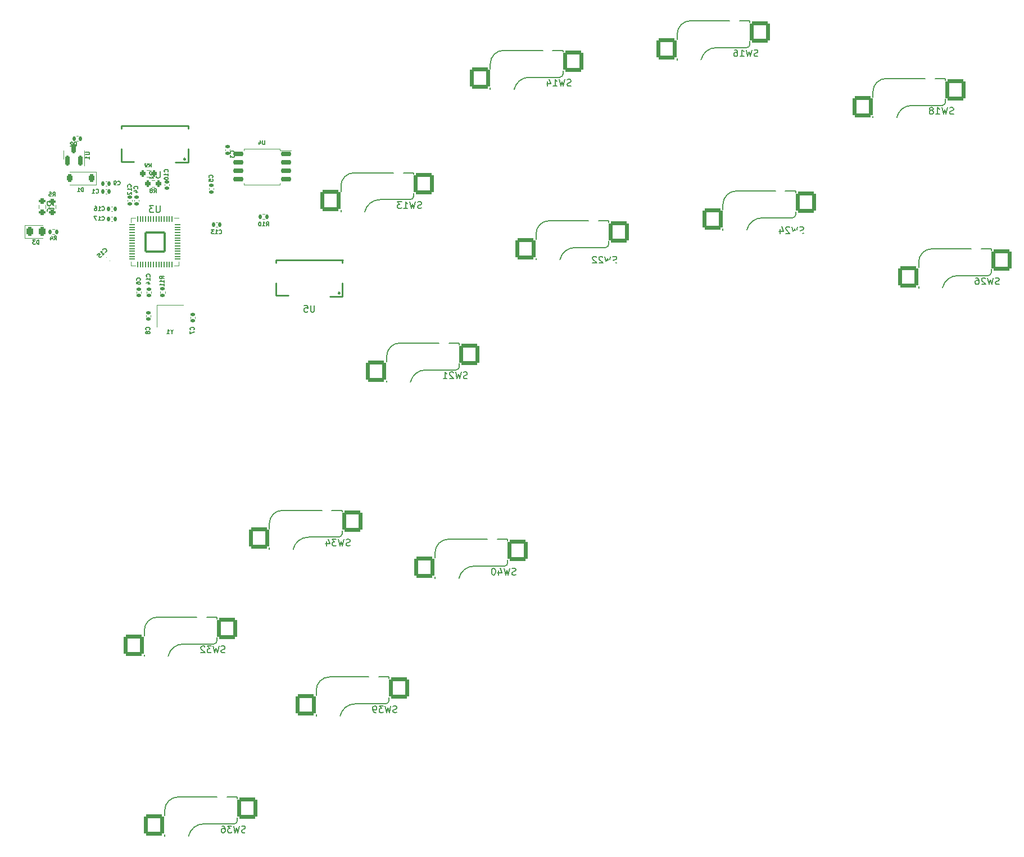
<source format=gbo>
G04 #@! TF.GenerationSoftware,KiCad,Pcbnew,(7.0.0)*
G04 #@! TF.CreationDate,2025-08-06T12:48:58-07:00*
G04 #@! TF.ProjectId,HybridBoxNew,48796272-6964-4426-9f78-4e65772e6b69,rev?*
G04 #@! TF.SameCoordinates,Original*
G04 #@! TF.FileFunction,Legend,Bot*
G04 #@! TF.FilePolarity,Positive*
%FSLAX46Y46*%
G04 Gerber Fmt 4.6, Leading zero omitted, Abs format (unit mm)*
G04 Created by KiCad (PCBNEW (7.0.0)) date 2025-08-06 12:48:58*
%MOMM*%
%LPD*%
G01*
G04 APERTURE LIST*
G04 Aperture macros list*
%AMRoundRect*
0 Rectangle with rounded corners*
0 $1 Rounding radius*
0 $2 $3 $4 $5 $6 $7 $8 $9 X,Y pos of 4 corners*
0 Add a 4 corners polygon primitive as box body*
4,1,4,$2,$3,$4,$5,$6,$7,$8,$9,$2,$3,0*
0 Add four circle primitives for the rounded corners*
1,1,$1+$1,$2,$3*
1,1,$1+$1,$4,$5*
1,1,$1+$1,$6,$7*
1,1,$1+$1,$8,$9*
0 Add four rect primitives between the rounded corners*
20,1,$1+$1,$2,$3,$4,$5,0*
20,1,$1+$1,$4,$5,$6,$7,0*
20,1,$1+$1,$6,$7,$8,$9,0*
20,1,$1+$1,$8,$9,$2,$3,0*%
G04 Aperture macros list end*
%ADD10C,0.150000*%
%ADD11C,0.120000*%
%ADD12C,0.254000*%
%ADD13C,0.059995*%
%ADD14C,3.800000*%
%ADD15C,1.750000*%
%ADD16C,3.987800*%
%ADD17C,2.300000*%
%ADD18C,5.600000*%
%ADD19R,1.700000X1.700000*%
%ADD20O,1.700000X1.700000*%
%ADD21C,3.300000*%
%ADD22RoundRect,0.300000X1.200000X1.275000X-1.200000X1.275000X-1.200000X-1.275000X1.200000X-1.275000X0*%
%ADD23RoundRect,0.140000X0.170000X-0.140000X0.170000X0.140000X-0.170000X0.140000X-0.170000X-0.140000X0*%
%ADD24RoundRect,0.140000X0.140000X0.170000X-0.140000X0.170000X-0.140000X-0.170000X0.140000X-0.170000X0*%
%ADD25RoundRect,0.140000X-0.170000X0.140000X-0.170000X-0.140000X0.170000X-0.140000X0.170000X0.140000X0*%
%ADD26RoundRect,0.200000X0.275000X-0.200000X0.275000X0.200000X-0.275000X0.200000X-0.275000X-0.200000X0*%
%ADD27RoundRect,0.140000X-0.140000X-0.170000X0.140000X-0.170000X0.140000X0.170000X-0.140000X0.170000X0*%
%ADD28R,0.300000X1.300000*%
%ADD29R,1.729997X2.600000*%
%ADD30RoundRect,0.243750X-0.243750X-0.456250X0.243750X-0.456250X0.243750X0.456250X-0.243750X0.456250X0*%
%ADD31RoundRect,0.050000X0.387500X0.050000X-0.387500X0.050000X-0.387500X-0.050000X0.387500X-0.050000X0*%
%ADD32RoundRect,0.050000X0.050000X0.387500X-0.050000X0.387500X-0.050000X-0.387500X0.050000X-0.387500X0*%
%ADD33RoundRect,0.144000X1.456000X1.456000X-1.456000X1.456000X-1.456000X-1.456000X1.456000X-1.456000X0*%
%ADD34RoundRect,0.200000X0.200000X0.275000X-0.200000X0.275000X-0.200000X-0.275000X0.200000X-0.275000X0*%
%ADD35R,1.400000X1.200000*%
%ADD36RoundRect,0.225000X0.225000X0.375000X-0.225000X0.375000X-0.225000X-0.375000X0.225000X-0.375000X0*%
%ADD37RoundRect,0.150000X0.150000X-0.587500X0.150000X0.587500X-0.150000X0.587500X-0.150000X-0.587500X0*%
%ADD38RoundRect,0.135000X0.135000X0.185000X-0.135000X0.185000X-0.135000X-0.185000X0.135000X-0.185000X0*%
%ADD39RoundRect,0.200000X-0.275000X0.200000X-0.275000X-0.200000X0.275000X-0.200000X0.275000X0.200000X0*%
%ADD40RoundRect,0.135000X-0.135000X-0.185000X0.135000X-0.185000X0.135000X0.185000X-0.135000X0.185000X0*%
%ADD41RoundRect,0.150000X0.650000X0.150000X-0.650000X0.150000X-0.650000X-0.150000X0.650000X-0.150000X0*%
%ADD42RoundRect,0.135000X0.185000X-0.135000X0.185000X0.135000X-0.185000X0.135000X-0.185000X-0.135000X0*%
%ADD43RoundRect,0.140000X-0.021213X0.219203X-0.219203X0.021213X0.021213X-0.219203X0.219203X-0.021213X0*%
G04 APERTURE END LIST*
D10*
X217895705Y-132153199D02*
X217752848Y-132200818D01*
X217752848Y-132200818D02*
X217514753Y-132200818D01*
X217514753Y-132200818D02*
X217419515Y-132153199D01*
X217419515Y-132153199D02*
X217371896Y-132105580D01*
X217371896Y-132105580D02*
X217324277Y-132010342D01*
X217324277Y-132010342D02*
X217324277Y-131915104D01*
X217324277Y-131915104D02*
X217371896Y-131819866D01*
X217371896Y-131819866D02*
X217419515Y-131772247D01*
X217419515Y-131772247D02*
X217514753Y-131724628D01*
X217514753Y-131724628D02*
X217705229Y-131677009D01*
X217705229Y-131677009D02*
X217800467Y-131629390D01*
X217800467Y-131629390D02*
X217848086Y-131581771D01*
X217848086Y-131581771D02*
X217895705Y-131486533D01*
X217895705Y-131486533D02*
X217895705Y-131391295D01*
X217895705Y-131391295D02*
X217848086Y-131296057D01*
X217848086Y-131296057D02*
X217800467Y-131248438D01*
X217800467Y-131248438D02*
X217705229Y-131200818D01*
X217705229Y-131200818D02*
X217467134Y-131200818D01*
X217467134Y-131200818D02*
X217324277Y-131248438D01*
X216990943Y-131200818D02*
X216752848Y-132200818D01*
X216752848Y-132200818D02*
X216562372Y-131486533D01*
X216562372Y-131486533D02*
X216371896Y-132200818D01*
X216371896Y-132200818D02*
X216133801Y-131200818D01*
X215848086Y-131200818D02*
X215229039Y-131200818D01*
X215229039Y-131200818D02*
X215562372Y-131581771D01*
X215562372Y-131581771D02*
X215419515Y-131581771D01*
X215419515Y-131581771D02*
X215324277Y-131629390D01*
X215324277Y-131629390D02*
X215276658Y-131677009D01*
X215276658Y-131677009D02*
X215229039Y-131772247D01*
X215229039Y-131772247D02*
X215229039Y-132010342D01*
X215229039Y-132010342D02*
X215276658Y-132105580D01*
X215276658Y-132105580D02*
X215324277Y-132153199D01*
X215324277Y-132153199D02*
X215419515Y-132200818D01*
X215419515Y-132200818D02*
X215705229Y-132200818D01*
X215705229Y-132200818D02*
X215800467Y-132153199D01*
X215800467Y-132153199D02*
X215848086Y-132105580D01*
X214848086Y-131296057D02*
X214800467Y-131248438D01*
X214800467Y-131248438D02*
X214705229Y-131200818D01*
X214705229Y-131200818D02*
X214467134Y-131200818D01*
X214467134Y-131200818D02*
X214371896Y-131248438D01*
X214371896Y-131248438D02*
X214324277Y-131296057D01*
X214324277Y-131296057D02*
X214276658Y-131391295D01*
X214276658Y-131391295D02*
X214276658Y-131486533D01*
X214276658Y-131486533D02*
X214324277Y-131629390D01*
X214324277Y-131629390D02*
X214895705Y-132200818D01*
X214895705Y-132200818D02*
X214276658Y-132200818D01*
X203730285Y-61964285D02*
X203758857Y-61935713D01*
X203758857Y-61935713D02*
X203787428Y-61849999D01*
X203787428Y-61849999D02*
X203787428Y-61792856D01*
X203787428Y-61792856D02*
X203758857Y-61707142D01*
X203758857Y-61707142D02*
X203701714Y-61649999D01*
X203701714Y-61649999D02*
X203644571Y-61621428D01*
X203644571Y-61621428D02*
X203530285Y-61592856D01*
X203530285Y-61592856D02*
X203444571Y-61592856D01*
X203444571Y-61592856D02*
X203330285Y-61621428D01*
X203330285Y-61621428D02*
X203273142Y-61649999D01*
X203273142Y-61649999D02*
X203216000Y-61707142D01*
X203216000Y-61707142D02*
X203187428Y-61792856D01*
X203187428Y-61792856D02*
X203187428Y-61849999D01*
X203187428Y-61849999D02*
X203216000Y-61935713D01*
X203216000Y-61935713D02*
X203244571Y-61964285D01*
X203787428Y-62535713D02*
X203787428Y-62192856D01*
X203787428Y-62364285D02*
X203187428Y-62364285D01*
X203187428Y-62364285D02*
X203273142Y-62307142D01*
X203273142Y-62307142D02*
X203330285Y-62249999D01*
X203330285Y-62249999D02*
X203358857Y-62192856D01*
X203244571Y-62764285D02*
X203216000Y-62792857D01*
X203216000Y-62792857D02*
X203187428Y-62850000D01*
X203187428Y-62850000D02*
X203187428Y-62992857D01*
X203187428Y-62992857D02*
X203216000Y-63050000D01*
X203216000Y-63050000D02*
X203244571Y-63078571D01*
X203244571Y-63078571D02*
X203301714Y-63107142D01*
X203301714Y-63107142D02*
X203358857Y-63107142D01*
X203358857Y-63107142D02*
X203444571Y-63078571D01*
X203444571Y-63078571D02*
X203787428Y-62735714D01*
X203787428Y-62735714D02*
X203787428Y-63107142D01*
X247506755Y-65164888D02*
X247363898Y-65212507D01*
X247363898Y-65212507D02*
X247125803Y-65212507D01*
X247125803Y-65212507D02*
X247030565Y-65164888D01*
X247030565Y-65164888D02*
X246982946Y-65117269D01*
X246982946Y-65117269D02*
X246935327Y-65022031D01*
X246935327Y-65022031D02*
X246935327Y-64926793D01*
X246935327Y-64926793D02*
X246982946Y-64831555D01*
X246982946Y-64831555D02*
X247030565Y-64783936D01*
X247030565Y-64783936D02*
X247125803Y-64736317D01*
X247125803Y-64736317D02*
X247316279Y-64688698D01*
X247316279Y-64688698D02*
X247411517Y-64641079D01*
X247411517Y-64641079D02*
X247459136Y-64593460D01*
X247459136Y-64593460D02*
X247506755Y-64498222D01*
X247506755Y-64498222D02*
X247506755Y-64402984D01*
X247506755Y-64402984D02*
X247459136Y-64307746D01*
X247459136Y-64307746D02*
X247411517Y-64260127D01*
X247411517Y-64260127D02*
X247316279Y-64212507D01*
X247316279Y-64212507D02*
X247078184Y-64212507D01*
X247078184Y-64212507D02*
X246935327Y-64260127D01*
X246601993Y-64212507D02*
X246363898Y-65212507D01*
X246363898Y-65212507D02*
X246173422Y-64498222D01*
X246173422Y-64498222D02*
X245982946Y-65212507D01*
X245982946Y-65212507D02*
X245744851Y-64212507D01*
X244840089Y-65212507D02*
X245411517Y-65212507D01*
X245125803Y-65212507D02*
X245125803Y-64212507D01*
X245125803Y-64212507D02*
X245221041Y-64355365D01*
X245221041Y-64355365D02*
X245316279Y-64450603D01*
X245316279Y-64450603D02*
X245411517Y-64498222D01*
X244506755Y-64212507D02*
X243887708Y-64212507D01*
X243887708Y-64212507D02*
X244221041Y-64593460D01*
X244221041Y-64593460D02*
X244078184Y-64593460D01*
X244078184Y-64593460D02*
X243982946Y-64641079D01*
X243982946Y-64641079D02*
X243935327Y-64688698D01*
X243935327Y-64688698D02*
X243887708Y-64783936D01*
X243887708Y-64783936D02*
X243887708Y-65022031D01*
X243887708Y-65022031D02*
X243935327Y-65117269D01*
X243935327Y-65117269D02*
X243982946Y-65164888D01*
X243982946Y-65164888D02*
X244078184Y-65212507D01*
X244078184Y-65212507D02*
X244363898Y-65212507D01*
X244363898Y-65212507D02*
X244459136Y-65164888D01*
X244459136Y-65164888D02*
X244506755Y-65117269D01*
X209303285Y-59722035D02*
X209331857Y-59693463D01*
X209331857Y-59693463D02*
X209360428Y-59607749D01*
X209360428Y-59607749D02*
X209360428Y-59550606D01*
X209360428Y-59550606D02*
X209331857Y-59464892D01*
X209331857Y-59464892D02*
X209274714Y-59407749D01*
X209274714Y-59407749D02*
X209217571Y-59379178D01*
X209217571Y-59379178D02*
X209103285Y-59350606D01*
X209103285Y-59350606D02*
X209017571Y-59350606D01*
X209017571Y-59350606D02*
X208903285Y-59379178D01*
X208903285Y-59379178D02*
X208846142Y-59407749D01*
X208846142Y-59407749D02*
X208789000Y-59464892D01*
X208789000Y-59464892D02*
X208760428Y-59550606D01*
X208760428Y-59550606D02*
X208760428Y-59607749D01*
X208760428Y-59607749D02*
X208789000Y-59693463D01*
X208789000Y-59693463D02*
X208817571Y-59722035D01*
X209360428Y-60293463D02*
X209360428Y-59950606D01*
X209360428Y-60122035D02*
X208760428Y-60122035D01*
X208760428Y-60122035D02*
X208846142Y-60064892D01*
X208846142Y-60064892D02*
X208903285Y-60007749D01*
X208903285Y-60007749D02*
X208931857Y-59950606D01*
X208760428Y-60664892D02*
X208760428Y-60722035D01*
X208760428Y-60722035D02*
X208789000Y-60779178D01*
X208789000Y-60779178D02*
X208817571Y-60807750D01*
X208817571Y-60807750D02*
X208874714Y-60836321D01*
X208874714Y-60836321D02*
X208989000Y-60864892D01*
X208989000Y-60864892D02*
X209131857Y-60864892D01*
X209131857Y-60864892D02*
X209246142Y-60836321D01*
X209246142Y-60836321D02*
X209303285Y-60807750D01*
X209303285Y-60807750D02*
X209331857Y-60779178D01*
X209331857Y-60779178D02*
X209360428Y-60722035D01*
X209360428Y-60722035D02*
X209360428Y-60664892D01*
X209360428Y-60664892D02*
X209331857Y-60607750D01*
X209331857Y-60607750D02*
X209303285Y-60579178D01*
X209303285Y-60579178D02*
X209246142Y-60550607D01*
X209246142Y-60550607D02*
X209131857Y-60522035D01*
X209131857Y-60522035D02*
X208989000Y-60522035D01*
X208989000Y-60522035D02*
X208874714Y-60550607D01*
X208874714Y-60550607D02*
X208817571Y-60579178D01*
X208817571Y-60579178D02*
X208789000Y-60607750D01*
X208789000Y-60607750D02*
X208760428Y-60664892D01*
X261694646Y-120417308D02*
X261551789Y-120464927D01*
X261551789Y-120464927D02*
X261313694Y-120464927D01*
X261313694Y-120464927D02*
X261218456Y-120417308D01*
X261218456Y-120417308D02*
X261170837Y-120369689D01*
X261170837Y-120369689D02*
X261123218Y-120274451D01*
X261123218Y-120274451D02*
X261123218Y-120179213D01*
X261123218Y-120179213D02*
X261170837Y-120083975D01*
X261170837Y-120083975D02*
X261218456Y-120036356D01*
X261218456Y-120036356D02*
X261313694Y-119988737D01*
X261313694Y-119988737D02*
X261504170Y-119941118D01*
X261504170Y-119941118D02*
X261599408Y-119893499D01*
X261599408Y-119893499D02*
X261647027Y-119845880D01*
X261647027Y-119845880D02*
X261694646Y-119750642D01*
X261694646Y-119750642D02*
X261694646Y-119655404D01*
X261694646Y-119655404D02*
X261647027Y-119560166D01*
X261647027Y-119560166D02*
X261599408Y-119512547D01*
X261599408Y-119512547D02*
X261504170Y-119464927D01*
X261504170Y-119464927D02*
X261266075Y-119464927D01*
X261266075Y-119464927D02*
X261123218Y-119512547D01*
X260789884Y-119464927D02*
X260551789Y-120464927D01*
X260551789Y-120464927D02*
X260361313Y-119750642D01*
X260361313Y-119750642D02*
X260170837Y-120464927D01*
X260170837Y-120464927D02*
X259932742Y-119464927D01*
X259123218Y-119798261D02*
X259123218Y-120464927D01*
X259361313Y-119417308D02*
X259599408Y-120131594D01*
X259599408Y-120131594D02*
X258980361Y-120131594D01*
X258408932Y-119464927D02*
X258313694Y-119464927D01*
X258313694Y-119464927D02*
X258218456Y-119512547D01*
X258218456Y-119512547D02*
X258170837Y-119560166D01*
X258170837Y-119560166D02*
X258123218Y-119655404D01*
X258123218Y-119655404D02*
X258075599Y-119845880D01*
X258075599Y-119845880D02*
X258075599Y-120083975D01*
X258075599Y-120083975D02*
X258123218Y-120274451D01*
X258123218Y-120274451D02*
X258170837Y-120369689D01*
X258170837Y-120369689D02*
X258218456Y-120417308D01*
X258218456Y-120417308D02*
X258313694Y-120464927D01*
X258313694Y-120464927D02*
X258408932Y-120464927D01*
X258408932Y-120464927D02*
X258504170Y-120417308D01*
X258504170Y-120417308D02*
X258551789Y-120369689D01*
X258551789Y-120369689D02*
X258599408Y-120274451D01*
X258599408Y-120274451D02*
X258647027Y-120083975D01*
X258647027Y-120083975D02*
X258647027Y-119845880D01*
X258647027Y-119845880D02*
X258599408Y-119655404D01*
X258599408Y-119655404D02*
X258551789Y-119560166D01*
X258551789Y-119560166D02*
X258504170Y-119512547D01*
X258504170Y-119512547D02*
X258408932Y-119464927D01*
X199362714Y-65453285D02*
X199391286Y-65481857D01*
X199391286Y-65481857D02*
X199477000Y-65510428D01*
X199477000Y-65510428D02*
X199534143Y-65510428D01*
X199534143Y-65510428D02*
X199619857Y-65481857D01*
X199619857Y-65481857D02*
X199677000Y-65424714D01*
X199677000Y-65424714D02*
X199705571Y-65367571D01*
X199705571Y-65367571D02*
X199734143Y-65253285D01*
X199734143Y-65253285D02*
X199734143Y-65167571D01*
X199734143Y-65167571D02*
X199705571Y-65053285D01*
X199705571Y-65053285D02*
X199677000Y-64996142D01*
X199677000Y-64996142D02*
X199619857Y-64939000D01*
X199619857Y-64939000D02*
X199534143Y-64910428D01*
X199534143Y-64910428D02*
X199477000Y-64910428D01*
X199477000Y-64910428D02*
X199391286Y-64939000D01*
X199391286Y-64939000D02*
X199362714Y-64967571D01*
X198791286Y-65510428D02*
X199134143Y-65510428D01*
X198962714Y-65510428D02*
X198962714Y-64910428D01*
X198962714Y-64910428D02*
X199019857Y-64996142D01*
X199019857Y-64996142D02*
X199077000Y-65053285D01*
X199077000Y-65053285D02*
X199134143Y-65081857D01*
X198277000Y-64910428D02*
X198391285Y-64910428D01*
X198391285Y-64910428D02*
X198448428Y-64939000D01*
X198448428Y-64939000D02*
X198477000Y-64967571D01*
X198477000Y-64967571D02*
X198534142Y-65053285D01*
X198534142Y-65053285D02*
X198562714Y-65167571D01*
X198562714Y-65167571D02*
X198562714Y-65396142D01*
X198562714Y-65396142D02*
X198534142Y-65453285D01*
X198534142Y-65453285D02*
X198505571Y-65481857D01*
X198505571Y-65481857D02*
X198448428Y-65510428D01*
X198448428Y-65510428D02*
X198334142Y-65510428D01*
X198334142Y-65510428D02*
X198277000Y-65481857D01*
X198277000Y-65481857D02*
X198248428Y-65453285D01*
X198248428Y-65453285D02*
X198219857Y-65396142D01*
X198219857Y-65396142D02*
X198219857Y-65253285D01*
X198219857Y-65253285D02*
X198248428Y-65196142D01*
X198248428Y-65196142D02*
X198277000Y-65167571D01*
X198277000Y-65167571D02*
X198334142Y-65139000D01*
X198334142Y-65139000D02*
X198448428Y-65139000D01*
X198448428Y-65139000D02*
X198505571Y-65167571D01*
X198505571Y-65167571D02*
X198534142Y-65196142D01*
X198534142Y-65196142D02*
X198562714Y-65253285D01*
X205100285Y-76070000D02*
X205128857Y-76041428D01*
X205128857Y-76041428D02*
X205157428Y-75955714D01*
X205157428Y-75955714D02*
X205157428Y-75898571D01*
X205157428Y-75898571D02*
X205128857Y-75812857D01*
X205128857Y-75812857D02*
X205071714Y-75755714D01*
X205071714Y-75755714D02*
X205014571Y-75727143D01*
X205014571Y-75727143D02*
X204900285Y-75698571D01*
X204900285Y-75698571D02*
X204814571Y-75698571D01*
X204814571Y-75698571D02*
X204700285Y-75727143D01*
X204700285Y-75727143D02*
X204643142Y-75755714D01*
X204643142Y-75755714D02*
X204586000Y-75812857D01*
X204586000Y-75812857D02*
X204557428Y-75898571D01*
X204557428Y-75898571D02*
X204557428Y-75955714D01*
X204557428Y-75955714D02*
X204586000Y-76041428D01*
X204586000Y-76041428D02*
X204614571Y-76070000D01*
X204557428Y-76584286D02*
X204557428Y-76470000D01*
X204557428Y-76470000D02*
X204586000Y-76412857D01*
X204586000Y-76412857D02*
X204614571Y-76384286D01*
X204614571Y-76384286D02*
X204700285Y-76327143D01*
X204700285Y-76327143D02*
X204814571Y-76298571D01*
X204814571Y-76298571D02*
X205043142Y-76298571D01*
X205043142Y-76298571D02*
X205100285Y-76327143D01*
X205100285Y-76327143D02*
X205128857Y-76355714D01*
X205128857Y-76355714D02*
X205157428Y-76412857D01*
X205157428Y-76412857D02*
X205157428Y-76527143D01*
X205157428Y-76527143D02*
X205128857Y-76584286D01*
X205128857Y-76584286D02*
X205100285Y-76612857D01*
X205100285Y-76612857D02*
X205043142Y-76641428D01*
X205043142Y-76641428D02*
X204900285Y-76641428D01*
X204900285Y-76641428D02*
X204843142Y-76612857D01*
X204843142Y-76612857D02*
X204814571Y-76584286D01*
X204814571Y-76584286D02*
X204786000Y-76527143D01*
X204786000Y-76527143D02*
X204786000Y-76412857D01*
X204786000Y-76412857D02*
X204814571Y-76355714D01*
X204814571Y-76355714D02*
X204843142Y-76327143D01*
X204843142Y-76327143D02*
X204900285Y-76298571D01*
X192144380Y-64803333D02*
X191668190Y-64470000D01*
X192144380Y-64231905D02*
X191144380Y-64231905D01*
X191144380Y-64231905D02*
X191144380Y-64612857D01*
X191144380Y-64612857D02*
X191192000Y-64708095D01*
X191192000Y-64708095D02*
X191239619Y-64755714D01*
X191239619Y-64755714D02*
X191334857Y-64803333D01*
X191334857Y-64803333D02*
X191477714Y-64803333D01*
X191477714Y-64803333D02*
X191572952Y-64755714D01*
X191572952Y-64755714D02*
X191620571Y-64708095D01*
X191620571Y-64708095D02*
X191668190Y-64612857D01*
X191668190Y-64612857D02*
X191668190Y-64231905D01*
X191144380Y-65660476D02*
X191144380Y-65470000D01*
X191144380Y-65470000D02*
X191192000Y-65374762D01*
X191192000Y-65374762D02*
X191239619Y-65327143D01*
X191239619Y-65327143D02*
X191382476Y-65231905D01*
X191382476Y-65231905D02*
X191572952Y-65184286D01*
X191572952Y-65184286D02*
X191953904Y-65184286D01*
X191953904Y-65184286D02*
X192049142Y-65231905D01*
X192049142Y-65231905D02*
X192096761Y-65279524D01*
X192096761Y-65279524D02*
X192144380Y-65374762D01*
X192144380Y-65374762D02*
X192144380Y-65565238D01*
X192144380Y-65565238D02*
X192096761Y-65660476D01*
X192096761Y-65660476D02*
X192049142Y-65708095D01*
X192049142Y-65708095D02*
X191953904Y-65755714D01*
X191953904Y-65755714D02*
X191715809Y-65755714D01*
X191715809Y-65755714D02*
X191620571Y-65708095D01*
X191620571Y-65708095D02*
X191572952Y-65660476D01*
X191572952Y-65660476D02*
X191525333Y-65565238D01*
X191525333Y-65565238D02*
X191525333Y-65374762D01*
X191525333Y-65374762D02*
X191572952Y-65279524D01*
X191572952Y-65279524D02*
X191620571Y-65231905D01*
X191620571Y-65231905D02*
X191715809Y-65184286D01*
X217025714Y-68993285D02*
X217054286Y-69021857D01*
X217054286Y-69021857D02*
X217140000Y-69050428D01*
X217140000Y-69050428D02*
X217197143Y-69050428D01*
X217197143Y-69050428D02*
X217282857Y-69021857D01*
X217282857Y-69021857D02*
X217340000Y-68964714D01*
X217340000Y-68964714D02*
X217368571Y-68907571D01*
X217368571Y-68907571D02*
X217397143Y-68793285D01*
X217397143Y-68793285D02*
X217397143Y-68707571D01*
X217397143Y-68707571D02*
X217368571Y-68593285D01*
X217368571Y-68593285D02*
X217340000Y-68536142D01*
X217340000Y-68536142D02*
X217282857Y-68479000D01*
X217282857Y-68479000D02*
X217197143Y-68450428D01*
X217197143Y-68450428D02*
X217140000Y-68450428D01*
X217140000Y-68450428D02*
X217054286Y-68479000D01*
X217054286Y-68479000D02*
X217025714Y-68507571D01*
X216454286Y-69050428D02*
X216797143Y-69050428D01*
X216625714Y-69050428D02*
X216625714Y-68450428D01*
X216625714Y-68450428D02*
X216682857Y-68536142D01*
X216682857Y-68536142D02*
X216740000Y-68593285D01*
X216740000Y-68593285D02*
X216797143Y-68621857D01*
X216254285Y-68450428D02*
X215882857Y-68450428D01*
X215882857Y-68450428D02*
X216082857Y-68679000D01*
X216082857Y-68679000D02*
X215997142Y-68679000D01*
X215997142Y-68679000D02*
X215940000Y-68707571D01*
X215940000Y-68707571D02*
X215911428Y-68736142D01*
X215911428Y-68736142D02*
X215882857Y-68793285D01*
X215882857Y-68793285D02*
X215882857Y-68936142D01*
X215882857Y-68936142D02*
X215911428Y-68993285D01*
X215911428Y-68993285D02*
X215940000Y-69021857D01*
X215940000Y-69021857D02*
X215997142Y-69050428D01*
X215997142Y-69050428D02*
X216168571Y-69050428D01*
X216168571Y-69050428D02*
X216225714Y-69021857D01*
X216225714Y-69021857D02*
X216254285Y-68993285D01*
X231366866Y-79835890D02*
X231366866Y-80645414D01*
X231366866Y-80645414D02*
X231319247Y-80740652D01*
X231319247Y-80740652D02*
X231271628Y-80788271D01*
X231271628Y-80788271D02*
X231176390Y-80835890D01*
X231176390Y-80835890D02*
X230985914Y-80835890D01*
X230985914Y-80835890D02*
X230890676Y-80788271D01*
X230890676Y-80788271D02*
X230843057Y-80740652D01*
X230843057Y-80740652D02*
X230795438Y-80645414D01*
X230795438Y-80645414D02*
X230795438Y-79835890D01*
X229843057Y-79835890D02*
X230319247Y-79835890D01*
X230319247Y-79835890D02*
X230366866Y-80312081D01*
X230366866Y-80312081D02*
X230319247Y-80264462D01*
X230319247Y-80264462D02*
X230224009Y-80216843D01*
X230224009Y-80216843D02*
X229985914Y-80216843D01*
X229985914Y-80216843D02*
X229890676Y-80264462D01*
X229890676Y-80264462D02*
X229843057Y-80312081D01*
X229843057Y-80312081D02*
X229795438Y-80407319D01*
X229795438Y-80407319D02*
X229795438Y-80645414D01*
X229795438Y-80645414D02*
X229843057Y-80740652D01*
X229843057Y-80740652D02*
X229890676Y-80788271D01*
X229890676Y-80788271D02*
X229985914Y-80835890D01*
X229985914Y-80835890D02*
X230224009Y-80835890D01*
X230224009Y-80835890D02*
X230319247Y-80788271D01*
X230319247Y-80788271D02*
X230366866Y-80740652D01*
X305053852Y-68948937D02*
X304910995Y-68996556D01*
X304910995Y-68996556D02*
X304672900Y-68996556D01*
X304672900Y-68996556D02*
X304577662Y-68948937D01*
X304577662Y-68948937D02*
X304530043Y-68901318D01*
X304530043Y-68901318D02*
X304482424Y-68806080D01*
X304482424Y-68806080D02*
X304482424Y-68710842D01*
X304482424Y-68710842D02*
X304530043Y-68615604D01*
X304530043Y-68615604D02*
X304577662Y-68567985D01*
X304577662Y-68567985D02*
X304672900Y-68520366D01*
X304672900Y-68520366D02*
X304863376Y-68472747D01*
X304863376Y-68472747D02*
X304958614Y-68425128D01*
X304958614Y-68425128D02*
X305006233Y-68377509D01*
X305006233Y-68377509D02*
X305053852Y-68282271D01*
X305053852Y-68282271D02*
X305053852Y-68187033D01*
X305053852Y-68187033D02*
X305006233Y-68091795D01*
X305006233Y-68091795D02*
X304958614Y-68044176D01*
X304958614Y-68044176D02*
X304863376Y-67996556D01*
X304863376Y-67996556D02*
X304625281Y-67996556D01*
X304625281Y-67996556D02*
X304482424Y-68044176D01*
X304149090Y-67996556D02*
X303910995Y-68996556D01*
X303910995Y-68996556D02*
X303720519Y-68282271D01*
X303720519Y-68282271D02*
X303530043Y-68996556D01*
X303530043Y-68996556D02*
X303291948Y-67996556D01*
X302958614Y-68091795D02*
X302910995Y-68044176D01*
X302910995Y-68044176D02*
X302815757Y-67996556D01*
X302815757Y-67996556D02*
X302577662Y-67996556D01*
X302577662Y-67996556D02*
X302482424Y-68044176D01*
X302482424Y-68044176D02*
X302434805Y-68091795D01*
X302434805Y-68091795D02*
X302387186Y-68187033D01*
X302387186Y-68187033D02*
X302387186Y-68282271D01*
X302387186Y-68282271D02*
X302434805Y-68425128D01*
X302434805Y-68425128D02*
X303006233Y-68996556D01*
X303006233Y-68996556D02*
X302387186Y-68996556D01*
X301530043Y-68329890D02*
X301530043Y-68996556D01*
X301768138Y-67948937D02*
X302006233Y-68663223D01*
X302006233Y-68663223D02*
X301387186Y-68663223D01*
X204730285Y-62250000D02*
X204758857Y-62221428D01*
X204758857Y-62221428D02*
X204787428Y-62135714D01*
X204787428Y-62135714D02*
X204787428Y-62078571D01*
X204787428Y-62078571D02*
X204758857Y-61992857D01*
X204758857Y-61992857D02*
X204701714Y-61935714D01*
X204701714Y-61935714D02*
X204644571Y-61907143D01*
X204644571Y-61907143D02*
X204530285Y-61878571D01*
X204530285Y-61878571D02*
X204444571Y-61878571D01*
X204444571Y-61878571D02*
X204330285Y-61907143D01*
X204330285Y-61907143D02*
X204273142Y-61935714D01*
X204273142Y-61935714D02*
X204216000Y-61992857D01*
X204216000Y-61992857D02*
X204187428Y-62078571D01*
X204187428Y-62078571D02*
X204187428Y-62135714D01*
X204187428Y-62135714D02*
X204216000Y-62221428D01*
X204216000Y-62221428D02*
X204244571Y-62250000D01*
X204387428Y-62764286D02*
X204787428Y-62764286D01*
X204158857Y-62621428D02*
X204587428Y-62478571D01*
X204587428Y-62478571D02*
X204587428Y-62850000D01*
X206600285Y-75498571D02*
X206628857Y-75469999D01*
X206628857Y-75469999D02*
X206657428Y-75384285D01*
X206657428Y-75384285D02*
X206657428Y-75327142D01*
X206657428Y-75327142D02*
X206628857Y-75241428D01*
X206628857Y-75241428D02*
X206571714Y-75184285D01*
X206571714Y-75184285D02*
X206514571Y-75155714D01*
X206514571Y-75155714D02*
X206400285Y-75127142D01*
X206400285Y-75127142D02*
X206314571Y-75127142D01*
X206314571Y-75127142D02*
X206200285Y-75155714D01*
X206200285Y-75155714D02*
X206143142Y-75184285D01*
X206143142Y-75184285D02*
X206086000Y-75241428D01*
X206086000Y-75241428D02*
X206057428Y-75327142D01*
X206057428Y-75327142D02*
X206057428Y-75384285D01*
X206057428Y-75384285D02*
X206086000Y-75469999D01*
X206086000Y-75469999D02*
X206114571Y-75498571D01*
X206657428Y-76069999D02*
X206657428Y-75727142D01*
X206657428Y-75898571D02*
X206057428Y-75898571D01*
X206057428Y-75898571D02*
X206143142Y-75841428D01*
X206143142Y-75841428D02*
X206200285Y-75784285D01*
X206200285Y-75784285D02*
X206228857Y-75727142D01*
X206257428Y-76584286D02*
X206657428Y-76584286D01*
X206028857Y-76441428D02*
X206457428Y-76298571D01*
X206457428Y-76298571D02*
X206457428Y-76670000D01*
X298175196Y-42249094D02*
X298032339Y-42296713D01*
X298032339Y-42296713D02*
X297794244Y-42296713D01*
X297794244Y-42296713D02*
X297699006Y-42249094D01*
X297699006Y-42249094D02*
X297651387Y-42201475D01*
X297651387Y-42201475D02*
X297603768Y-42106237D01*
X297603768Y-42106237D02*
X297603768Y-42010999D01*
X297603768Y-42010999D02*
X297651387Y-41915761D01*
X297651387Y-41915761D02*
X297699006Y-41868142D01*
X297699006Y-41868142D02*
X297794244Y-41820523D01*
X297794244Y-41820523D02*
X297984720Y-41772904D01*
X297984720Y-41772904D02*
X298079958Y-41725285D01*
X298079958Y-41725285D02*
X298127577Y-41677666D01*
X298127577Y-41677666D02*
X298175196Y-41582428D01*
X298175196Y-41582428D02*
X298175196Y-41487190D01*
X298175196Y-41487190D02*
X298127577Y-41391952D01*
X298127577Y-41391952D02*
X298079958Y-41344333D01*
X298079958Y-41344333D02*
X297984720Y-41296713D01*
X297984720Y-41296713D02*
X297746625Y-41296713D01*
X297746625Y-41296713D02*
X297603768Y-41344333D01*
X297270434Y-41296713D02*
X297032339Y-42296713D01*
X297032339Y-42296713D02*
X296841863Y-41582428D01*
X296841863Y-41582428D02*
X296651387Y-42296713D01*
X296651387Y-42296713D02*
X296413292Y-41296713D01*
X295508530Y-42296713D02*
X296079958Y-42296713D01*
X295794244Y-42296713D02*
X295794244Y-41296713D01*
X295794244Y-41296713D02*
X295889482Y-41439571D01*
X295889482Y-41439571D02*
X295984720Y-41534809D01*
X295984720Y-41534809D02*
X296079958Y-41582428D01*
X294651387Y-41296713D02*
X294841863Y-41296713D01*
X294841863Y-41296713D02*
X294937101Y-41344333D01*
X294937101Y-41344333D02*
X294984720Y-41391952D01*
X294984720Y-41391952D02*
X295079958Y-41534809D01*
X295079958Y-41534809D02*
X295127577Y-41725285D01*
X295127577Y-41725285D02*
X295127577Y-42106237D01*
X295127577Y-42106237D02*
X295079958Y-42201475D01*
X295079958Y-42201475D02*
X295032339Y-42249094D01*
X295032339Y-42249094D02*
X294937101Y-42296713D01*
X294937101Y-42296713D02*
X294746625Y-42296713D01*
X294746625Y-42296713D02*
X294651387Y-42249094D01*
X294651387Y-42249094D02*
X294603768Y-42201475D01*
X294603768Y-42201475D02*
X294556149Y-42106237D01*
X294556149Y-42106237D02*
X294556149Y-41868142D01*
X294556149Y-41868142D02*
X294603768Y-41772904D01*
X294603768Y-41772904D02*
X294651387Y-41725285D01*
X294651387Y-41725285D02*
X294746625Y-41677666D01*
X294746625Y-41677666D02*
X294937101Y-41677666D01*
X294937101Y-41677666D02*
X295032339Y-41725285D01*
X295032339Y-41725285D02*
X295079958Y-41772904D01*
X295079958Y-41772904D02*
X295127577Y-41868142D01*
X219243285Y-56925000D02*
X219271857Y-56896428D01*
X219271857Y-56896428D02*
X219300428Y-56810714D01*
X219300428Y-56810714D02*
X219300428Y-56753571D01*
X219300428Y-56753571D02*
X219271857Y-56667857D01*
X219271857Y-56667857D02*
X219214714Y-56610714D01*
X219214714Y-56610714D02*
X219157571Y-56582143D01*
X219157571Y-56582143D02*
X219043285Y-56553571D01*
X219043285Y-56553571D02*
X218957571Y-56553571D01*
X218957571Y-56553571D02*
X218843285Y-56582143D01*
X218843285Y-56582143D02*
X218786142Y-56610714D01*
X218786142Y-56610714D02*
X218729000Y-56667857D01*
X218729000Y-56667857D02*
X218700428Y-56753571D01*
X218700428Y-56753571D02*
X218700428Y-56810714D01*
X218700428Y-56810714D02*
X218729000Y-56896428D01*
X218729000Y-56896428D02*
X218757571Y-56925000D01*
X218700428Y-57125000D02*
X218700428Y-57496428D01*
X218700428Y-57496428D02*
X218929000Y-57296428D01*
X218929000Y-57296428D02*
X218929000Y-57382143D01*
X218929000Y-57382143D02*
X218957571Y-57439286D01*
X218957571Y-57439286D02*
X218986142Y-57467857D01*
X218986142Y-57467857D02*
X219043285Y-57496428D01*
X219043285Y-57496428D02*
X219186142Y-57496428D01*
X219186142Y-57496428D02*
X219243285Y-57467857D01*
X219243285Y-57467857D02*
X219271857Y-57439286D01*
X219271857Y-57439286D02*
X219300428Y-57382143D01*
X219300428Y-57382143D02*
X219300428Y-57210714D01*
X219300428Y-57210714D02*
X219271857Y-57153571D01*
X219271857Y-57153571D02*
X219243285Y-57125000D01*
X189872356Y-70590428D02*
X189872356Y-69990428D01*
X189872356Y-69990428D02*
X189729499Y-69990428D01*
X189729499Y-69990428D02*
X189643785Y-70019000D01*
X189643785Y-70019000D02*
X189586642Y-70076142D01*
X189586642Y-70076142D02*
X189558071Y-70133285D01*
X189558071Y-70133285D02*
X189529499Y-70247571D01*
X189529499Y-70247571D02*
X189529499Y-70333285D01*
X189529499Y-70333285D02*
X189558071Y-70447571D01*
X189558071Y-70447571D02*
X189586642Y-70504714D01*
X189586642Y-70504714D02*
X189643785Y-70561857D01*
X189643785Y-70561857D02*
X189729499Y-70590428D01*
X189729499Y-70590428D02*
X189872356Y-70590428D01*
X189329499Y-69990428D02*
X188958071Y-69990428D01*
X188958071Y-69990428D02*
X189158071Y-70219000D01*
X189158071Y-70219000D02*
X189072356Y-70219000D01*
X189072356Y-70219000D02*
X189015214Y-70247571D01*
X189015214Y-70247571D02*
X188986642Y-70276142D01*
X188986642Y-70276142D02*
X188958071Y-70333285D01*
X188958071Y-70333285D02*
X188958071Y-70476142D01*
X188958071Y-70476142D02*
X188986642Y-70533285D01*
X188986642Y-70533285D02*
X189015214Y-70561857D01*
X189015214Y-70561857D02*
X189072356Y-70590428D01*
X189072356Y-70590428D02*
X189243785Y-70590428D01*
X189243785Y-70590428D02*
X189300928Y-70561857D01*
X189300928Y-70561857D02*
X189329499Y-70533285D01*
X201726999Y-61633285D02*
X201755571Y-61661857D01*
X201755571Y-61661857D02*
X201841285Y-61690428D01*
X201841285Y-61690428D02*
X201898428Y-61690428D01*
X201898428Y-61690428D02*
X201984142Y-61661857D01*
X201984142Y-61661857D02*
X202041285Y-61604714D01*
X202041285Y-61604714D02*
X202069856Y-61547571D01*
X202069856Y-61547571D02*
X202098428Y-61433285D01*
X202098428Y-61433285D02*
X202098428Y-61347571D01*
X202098428Y-61347571D02*
X202069856Y-61233285D01*
X202069856Y-61233285D02*
X202041285Y-61176142D01*
X202041285Y-61176142D02*
X201984142Y-61119000D01*
X201984142Y-61119000D02*
X201898428Y-61090428D01*
X201898428Y-61090428D02*
X201841285Y-61090428D01*
X201841285Y-61090428D02*
X201755571Y-61119000D01*
X201755571Y-61119000D02*
X201726999Y-61147571D01*
X201441285Y-61690428D02*
X201326999Y-61690428D01*
X201326999Y-61690428D02*
X201269856Y-61661857D01*
X201269856Y-61661857D02*
X201241285Y-61633285D01*
X201241285Y-61633285D02*
X201184142Y-61547571D01*
X201184142Y-61547571D02*
X201155571Y-61433285D01*
X201155571Y-61433285D02*
X201155571Y-61204714D01*
X201155571Y-61204714D02*
X201184142Y-61147571D01*
X201184142Y-61147571D02*
X201212714Y-61119000D01*
X201212714Y-61119000D02*
X201269856Y-61090428D01*
X201269856Y-61090428D02*
X201384142Y-61090428D01*
X201384142Y-61090428D02*
X201441285Y-61119000D01*
X201441285Y-61119000D02*
X201469856Y-61147571D01*
X201469856Y-61147571D02*
X201498428Y-61204714D01*
X201498428Y-61204714D02*
X201498428Y-61347571D01*
X201498428Y-61347571D02*
X201469856Y-61404714D01*
X201469856Y-61404714D02*
X201441285Y-61433285D01*
X201441285Y-61433285D02*
X201384142Y-61461857D01*
X201384142Y-61461857D02*
X201269856Y-61461857D01*
X201269856Y-61461857D02*
X201212714Y-61433285D01*
X201212714Y-61433285D02*
X201184142Y-61404714D01*
X201184142Y-61404714D02*
X201155571Y-61347571D01*
X206520285Y-83510000D02*
X206548857Y-83481428D01*
X206548857Y-83481428D02*
X206577428Y-83395714D01*
X206577428Y-83395714D02*
X206577428Y-83338571D01*
X206577428Y-83338571D02*
X206548857Y-83252857D01*
X206548857Y-83252857D02*
X206491714Y-83195714D01*
X206491714Y-83195714D02*
X206434571Y-83167143D01*
X206434571Y-83167143D02*
X206320285Y-83138571D01*
X206320285Y-83138571D02*
X206234571Y-83138571D01*
X206234571Y-83138571D02*
X206120285Y-83167143D01*
X206120285Y-83167143D02*
X206063142Y-83195714D01*
X206063142Y-83195714D02*
X206006000Y-83252857D01*
X206006000Y-83252857D02*
X205977428Y-83338571D01*
X205977428Y-83338571D02*
X205977428Y-83395714D01*
X205977428Y-83395714D02*
X206006000Y-83481428D01*
X206006000Y-83481428D02*
X206034571Y-83510000D01*
X206234571Y-83852857D02*
X206206000Y-83795714D01*
X206206000Y-83795714D02*
X206177428Y-83767143D01*
X206177428Y-83767143D02*
X206120285Y-83738571D01*
X206120285Y-83738571D02*
X206091714Y-83738571D01*
X206091714Y-83738571D02*
X206034571Y-83767143D01*
X206034571Y-83767143D02*
X206006000Y-83795714D01*
X206006000Y-83795714D02*
X205977428Y-83852857D01*
X205977428Y-83852857D02*
X205977428Y-83967143D01*
X205977428Y-83967143D02*
X206006000Y-84024286D01*
X206006000Y-84024286D02*
X206034571Y-84052857D01*
X206034571Y-84052857D02*
X206091714Y-84081428D01*
X206091714Y-84081428D02*
X206120285Y-84081428D01*
X206120285Y-84081428D02*
X206177428Y-84052857D01*
X206177428Y-84052857D02*
X206206000Y-84024286D01*
X206206000Y-84024286D02*
X206234571Y-83967143D01*
X206234571Y-83967143D02*
X206234571Y-83852857D01*
X206234571Y-83852857D02*
X206263142Y-83795714D01*
X206263142Y-83795714D02*
X206291714Y-83767143D01*
X206291714Y-83767143D02*
X206348857Y-83738571D01*
X206348857Y-83738571D02*
X206463142Y-83738571D01*
X206463142Y-83738571D02*
X206520285Y-83767143D01*
X206520285Y-83767143D02*
X206548857Y-83795714D01*
X206548857Y-83795714D02*
X206577428Y-83852857D01*
X206577428Y-83852857D02*
X206577428Y-83967143D01*
X206577428Y-83967143D02*
X206548857Y-84024286D01*
X206548857Y-84024286D02*
X206520285Y-84052857D01*
X206520285Y-84052857D02*
X206463142Y-84081428D01*
X206463142Y-84081428D02*
X206348857Y-84081428D01*
X206348857Y-84081428D02*
X206291714Y-84052857D01*
X206291714Y-84052857D02*
X206263142Y-84024286D01*
X206263142Y-84024286D02*
X206234571Y-83967143D01*
X208098904Y-64812380D02*
X208098904Y-65621904D01*
X208098904Y-65621904D02*
X208051285Y-65717142D01*
X208051285Y-65717142D02*
X208003666Y-65764761D01*
X208003666Y-65764761D02*
X207908428Y-65812380D01*
X207908428Y-65812380D02*
X207717952Y-65812380D01*
X207717952Y-65812380D02*
X207622714Y-65764761D01*
X207622714Y-65764761D02*
X207575095Y-65717142D01*
X207575095Y-65717142D02*
X207527476Y-65621904D01*
X207527476Y-65621904D02*
X207527476Y-64812380D01*
X207146523Y-64812380D02*
X206527476Y-64812380D01*
X206527476Y-64812380D02*
X206860809Y-65193333D01*
X206860809Y-65193333D02*
X206717952Y-65193333D01*
X206717952Y-65193333D02*
X206622714Y-65240952D01*
X206622714Y-65240952D02*
X206575095Y-65288571D01*
X206575095Y-65288571D02*
X206527476Y-65383809D01*
X206527476Y-65383809D02*
X206527476Y-65621904D01*
X206527476Y-65621904D02*
X206575095Y-65717142D01*
X206575095Y-65717142D02*
X206622714Y-65764761D01*
X206622714Y-65764761D02*
X206717952Y-65812380D01*
X206717952Y-65812380D02*
X207003666Y-65812380D01*
X207003666Y-65812380D02*
X207098904Y-65764761D01*
X207098904Y-65764761D02*
X207146523Y-65717142D01*
X206464999Y-58970428D02*
X206664999Y-58684714D01*
X206807856Y-58970428D02*
X206807856Y-58370428D01*
X206807856Y-58370428D02*
X206579285Y-58370428D01*
X206579285Y-58370428D02*
X206522142Y-58399000D01*
X206522142Y-58399000D02*
X206493571Y-58427571D01*
X206493571Y-58427571D02*
X206464999Y-58484714D01*
X206464999Y-58484714D02*
X206464999Y-58570428D01*
X206464999Y-58570428D02*
X206493571Y-58627571D01*
X206493571Y-58627571D02*
X206522142Y-58656142D01*
X206522142Y-58656142D02*
X206579285Y-58684714D01*
X206579285Y-58684714D02*
X206807856Y-58684714D01*
X206179285Y-58970428D02*
X206064999Y-58970428D01*
X206064999Y-58970428D02*
X206007856Y-58941857D01*
X206007856Y-58941857D02*
X205979285Y-58913285D01*
X205979285Y-58913285D02*
X205922142Y-58827571D01*
X205922142Y-58827571D02*
X205893571Y-58713285D01*
X205893571Y-58713285D02*
X205893571Y-58484714D01*
X205893571Y-58484714D02*
X205922142Y-58427571D01*
X205922142Y-58427571D02*
X205950714Y-58399000D01*
X205950714Y-58399000D02*
X206007856Y-58370428D01*
X206007856Y-58370428D02*
X206122142Y-58370428D01*
X206122142Y-58370428D02*
X206179285Y-58399000D01*
X206179285Y-58399000D02*
X206207856Y-58427571D01*
X206207856Y-58427571D02*
X206236428Y-58484714D01*
X206236428Y-58484714D02*
X206236428Y-58627571D01*
X206236428Y-58627571D02*
X206207856Y-58684714D01*
X206207856Y-58684714D02*
X206179285Y-58713285D01*
X206179285Y-58713285D02*
X206122142Y-58741857D01*
X206122142Y-58741857D02*
X206007856Y-58741857D01*
X206007856Y-58741857D02*
X205950714Y-58713285D01*
X205950714Y-58713285D02*
X205922142Y-58684714D01*
X205922142Y-58684714D02*
X205893571Y-58627571D01*
X209908714Y-83793964D02*
X209908714Y-84079678D01*
X210108714Y-83479678D02*
X209908714Y-83793964D01*
X209908714Y-83793964D02*
X209708714Y-83479678D01*
X209194428Y-84079678D02*
X209537285Y-84079678D01*
X209365856Y-84079678D02*
X209365856Y-83479678D01*
X209365856Y-83479678D02*
X209422999Y-83565392D01*
X209422999Y-83565392D02*
X209480142Y-83622535D01*
X209480142Y-83622535D02*
X209537285Y-83651107D01*
X276895038Y-73414121D02*
X276752181Y-73461740D01*
X276752181Y-73461740D02*
X276514086Y-73461740D01*
X276514086Y-73461740D02*
X276418848Y-73414121D01*
X276418848Y-73414121D02*
X276371229Y-73366502D01*
X276371229Y-73366502D02*
X276323610Y-73271264D01*
X276323610Y-73271264D02*
X276323610Y-73176026D01*
X276323610Y-73176026D02*
X276371229Y-73080788D01*
X276371229Y-73080788D02*
X276418848Y-73033169D01*
X276418848Y-73033169D02*
X276514086Y-72985550D01*
X276514086Y-72985550D02*
X276704562Y-72937931D01*
X276704562Y-72937931D02*
X276799800Y-72890312D01*
X276799800Y-72890312D02*
X276847419Y-72842693D01*
X276847419Y-72842693D02*
X276895038Y-72747455D01*
X276895038Y-72747455D02*
X276895038Y-72652217D01*
X276895038Y-72652217D02*
X276847419Y-72556979D01*
X276847419Y-72556979D02*
X276799800Y-72509360D01*
X276799800Y-72509360D02*
X276704562Y-72461740D01*
X276704562Y-72461740D02*
X276466467Y-72461740D01*
X276466467Y-72461740D02*
X276323610Y-72509360D01*
X275990276Y-72461740D02*
X275752181Y-73461740D01*
X275752181Y-73461740D02*
X275561705Y-72747455D01*
X275561705Y-72747455D02*
X275371229Y-73461740D01*
X275371229Y-73461740D02*
X275133134Y-72461740D01*
X274799800Y-72556979D02*
X274752181Y-72509360D01*
X274752181Y-72509360D02*
X274656943Y-72461740D01*
X274656943Y-72461740D02*
X274418848Y-72461740D01*
X274418848Y-72461740D02*
X274323610Y-72509360D01*
X274323610Y-72509360D02*
X274275991Y-72556979D01*
X274275991Y-72556979D02*
X274228372Y-72652217D01*
X274228372Y-72652217D02*
X274228372Y-72747455D01*
X274228372Y-72747455D02*
X274275991Y-72890312D01*
X274275991Y-72890312D02*
X274847419Y-73461740D01*
X274847419Y-73461740D02*
X274228372Y-73461740D01*
X273847419Y-72556979D02*
X273799800Y-72509360D01*
X273799800Y-72509360D02*
X273704562Y-72461740D01*
X273704562Y-72461740D02*
X273466467Y-72461740D01*
X273466467Y-72461740D02*
X273371229Y-72509360D01*
X273371229Y-72509360D02*
X273323610Y-72556979D01*
X273323610Y-72556979D02*
X273275991Y-72652217D01*
X273275991Y-72652217D02*
X273275991Y-72747455D01*
X273275991Y-72747455D02*
X273323610Y-72890312D01*
X273323610Y-72890312D02*
X273895038Y-73461740D01*
X273895038Y-73461740D02*
X273275991Y-73461740D01*
X207174999Y-62840428D02*
X207374999Y-62554714D01*
X207517856Y-62840428D02*
X207517856Y-62240428D01*
X207517856Y-62240428D02*
X207289285Y-62240428D01*
X207289285Y-62240428D02*
X207232142Y-62269000D01*
X207232142Y-62269000D02*
X207203571Y-62297571D01*
X207203571Y-62297571D02*
X207174999Y-62354714D01*
X207174999Y-62354714D02*
X207174999Y-62440428D01*
X207174999Y-62440428D02*
X207203571Y-62497571D01*
X207203571Y-62497571D02*
X207232142Y-62526142D01*
X207232142Y-62526142D02*
X207289285Y-62554714D01*
X207289285Y-62554714D02*
X207517856Y-62554714D01*
X206832142Y-62497571D02*
X206889285Y-62469000D01*
X206889285Y-62469000D02*
X206917856Y-62440428D01*
X206917856Y-62440428D02*
X206946428Y-62383285D01*
X206946428Y-62383285D02*
X206946428Y-62354714D01*
X206946428Y-62354714D02*
X206917856Y-62297571D01*
X206917856Y-62297571D02*
X206889285Y-62269000D01*
X206889285Y-62269000D02*
X206832142Y-62240428D01*
X206832142Y-62240428D02*
X206717856Y-62240428D01*
X206717856Y-62240428D02*
X206660714Y-62269000D01*
X206660714Y-62269000D02*
X206632142Y-62297571D01*
X206632142Y-62297571D02*
X206603571Y-62354714D01*
X206603571Y-62354714D02*
X206603571Y-62383285D01*
X206603571Y-62383285D02*
X206632142Y-62440428D01*
X206632142Y-62440428D02*
X206660714Y-62469000D01*
X206660714Y-62469000D02*
X206717856Y-62497571D01*
X206717856Y-62497571D02*
X206832142Y-62497571D01*
X206832142Y-62497571D02*
X206889285Y-62526142D01*
X206889285Y-62526142D02*
X206917856Y-62554714D01*
X206917856Y-62554714D02*
X206946428Y-62611857D01*
X206946428Y-62611857D02*
X206946428Y-62726142D01*
X206946428Y-62726142D02*
X206917856Y-62783285D01*
X206917856Y-62783285D02*
X206889285Y-62811857D01*
X206889285Y-62811857D02*
X206832142Y-62840428D01*
X206832142Y-62840428D02*
X206717856Y-62840428D01*
X206717856Y-62840428D02*
X206660714Y-62811857D01*
X206660714Y-62811857D02*
X206632142Y-62783285D01*
X206632142Y-62783285D02*
X206603571Y-62726142D01*
X206603571Y-62726142D02*
X206603571Y-62611857D01*
X206603571Y-62611857D02*
X206632142Y-62554714D01*
X206632142Y-62554714D02*
X206660714Y-62526142D01*
X206660714Y-62526142D02*
X206717856Y-62497571D01*
X196582856Y-62683089D02*
X196582856Y-62083089D01*
X196582856Y-62083089D02*
X196439999Y-62083089D01*
X196439999Y-62083089D02*
X196354285Y-62111661D01*
X196354285Y-62111661D02*
X196297142Y-62168803D01*
X196297142Y-62168803D02*
X196268571Y-62225946D01*
X196268571Y-62225946D02*
X196239999Y-62340232D01*
X196239999Y-62340232D02*
X196239999Y-62425946D01*
X196239999Y-62425946D02*
X196268571Y-62540232D01*
X196268571Y-62540232D02*
X196297142Y-62597375D01*
X196297142Y-62597375D02*
X196354285Y-62654518D01*
X196354285Y-62654518D02*
X196439999Y-62683089D01*
X196439999Y-62683089D02*
X196582856Y-62683089D01*
X195668571Y-62683089D02*
X196011428Y-62683089D01*
X195839999Y-62683089D02*
X195839999Y-62083089D01*
X195839999Y-62083089D02*
X195897142Y-62168803D01*
X195897142Y-62168803D02*
X195954285Y-62225946D01*
X195954285Y-62225946D02*
X196011428Y-62254518D01*
X196898089Y-56778018D02*
X197383803Y-56778018D01*
X197383803Y-56778018D02*
X197440946Y-56806589D01*
X197440946Y-56806589D02*
X197469518Y-56835161D01*
X197469518Y-56835161D02*
X197498089Y-56892303D01*
X197498089Y-56892303D02*
X197498089Y-57006589D01*
X197498089Y-57006589D02*
X197469518Y-57063732D01*
X197469518Y-57063732D02*
X197440946Y-57092303D01*
X197440946Y-57092303D02*
X197383803Y-57120875D01*
X197383803Y-57120875D02*
X196898089Y-57120875D01*
X197498089Y-57720874D02*
X197498089Y-57378017D01*
X197498089Y-57549446D02*
X196898089Y-57549446D01*
X196898089Y-57549446D02*
X196983803Y-57492303D01*
X196983803Y-57492303D02*
X197040946Y-57435160D01*
X197040946Y-57435160D02*
X197069518Y-57378017D01*
X236728088Y-116048721D02*
X236585231Y-116096340D01*
X236585231Y-116096340D02*
X236347136Y-116096340D01*
X236347136Y-116096340D02*
X236251898Y-116048721D01*
X236251898Y-116048721D02*
X236204279Y-116001102D01*
X236204279Y-116001102D02*
X236156660Y-115905864D01*
X236156660Y-115905864D02*
X236156660Y-115810626D01*
X236156660Y-115810626D02*
X236204279Y-115715388D01*
X236204279Y-115715388D02*
X236251898Y-115667769D01*
X236251898Y-115667769D02*
X236347136Y-115620150D01*
X236347136Y-115620150D02*
X236537612Y-115572531D01*
X236537612Y-115572531D02*
X236632850Y-115524912D01*
X236632850Y-115524912D02*
X236680469Y-115477293D01*
X236680469Y-115477293D02*
X236728088Y-115382055D01*
X236728088Y-115382055D02*
X236728088Y-115286817D01*
X236728088Y-115286817D02*
X236680469Y-115191579D01*
X236680469Y-115191579D02*
X236632850Y-115143960D01*
X236632850Y-115143960D02*
X236537612Y-115096340D01*
X236537612Y-115096340D02*
X236299517Y-115096340D01*
X236299517Y-115096340D02*
X236156660Y-115143960D01*
X235823326Y-115096340D02*
X235585231Y-116096340D01*
X235585231Y-116096340D02*
X235394755Y-115382055D01*
X235394755Y-115382055D02*
X235204279Y-116096340D01*
X235204279Y-116096340D02*
X234966184Y-115096340D01*
X234680469Y-115096340D02*
X234061422Y-115096340D01*
X234061422Y-115096340D02*
X234394755Y-115477293D01*
X234394755Y-115477293D02*
X234251898Y-115477293D01*
X234251898Y-115477293D02*
X234156660Y-115524912D01*
X234156660Y-115524912D02*
X234109041Y-115572531D01*
X234109041Y-115572531D02*
X234061422Y-115667769D01*
X234061422Y-115667769D02*
X234061422Y-115905864D01*
X234061422Y-115905864D02*
X234109041Y-116001102D01*
X234109041Y-116001102D02*
X234156660Y-116048721D01*
X234156660Y-116048721D02*
X234251898Y-116096340D01*
X234251898Y-116096340D02*
X234537612Y-116096340D01*
X234537612Y-116096340D02*
X234632850Y-116048721D01*
X234632850Y-116048721D02*
X234680469Y-116001102D01*
X233204279Y-115429674D02*
X233204279Y-116096340D01*
X233442374Y-115048721D02*
X233680469Y-115763007D01*
X233680469Y-115763007D02*
X233061422Y-115763007D01*
X192156999Y-69950428D02*
X192356999Y-69664714D01*
X192499856Y-69950428D02*
X192499856Y-69350428D01*
X192499856Y-69350428D02*
X192271285Y-69350428D01*
X192271285Y-69350428D02*
X192214142Y-69379000D01*
X192214142Y-69379000D02*
X192185571Y-69407571D01*
X192185571Y-69407571D02*
X192156999Y-69464714D01*
X192156999Y-69464714D02*
X192156999Y-69550428D01*
X192156999Y-69550428D02*
X192185571Y-69607571D01*
X192185571Y-69607571D02*
X192214142Y-69636142D01*
X192214142Y-69636142D02*
X192271285Y-69664714D01*
X192271285Y-69664714D02*
X192499856Y-69664714D01*
X191642714Y-69550428D02*
X191642714Y-69950428D01*
X191785571Y-69321857D02*
X191928428Y-69750428D01*
X191928428Y-69750428D02*
X191556999Y-69750428D01*
X208098866Y-59632380D02*
X208098866Y-60441904D01*
X208098866Y-60441904D02*
X208051247Y-60537142D01*
X208051247Y-60537142D02*
X208003628Y-60584761D01*
X208003628Y-60584761D02*
X207908390Y-60632380D01*
X207908390Y-60632380D02*
X207717914Y-60632380D01*
X207717914Y-60632380D02*
X207622676Y-60584761D01*
X207622676Y-60584761D02*
X207575057Y-60537142D01*
X207575057Y-60537142D02*
X207527438Y-60441904D01*
X207527438Y-60441904D02*
X207527438Y-59632380D01*
X207098866Y-59727619D02*
X207051247Y-59680000D01*
X207051247Y-59680000D02*
X206956009Y-59632380D01*
X206956009Y-59632380D02*
X206717914Y-59632380D01*
X206717914Y-59632380D02*
X206622676Y-59680000D01*
X206622676Y-59680000D02*
X206575057Y-59727619D01*
X206575057Y-59727619D02*
X206527438Y-59822857D01*
X206527438Y-59822857D02*
X206527438Y-59918095D01*
X206527438Y-59918095D02*
X206575057Y-60060952D01*
X206575057Y-60060952D02*
X207146485Y-60632380D01*
X207146485Y-60632380D02*
X206527438Y-60632380D01*
X191976999Y-63370428D02*
X192176999Y-63084714D01*
X192319856Y-63370428D02*
X192319856Y-62770428D01*
X192319856Y-62770428D02*
X192091285Y-62770428D01*
X192091285Y-62770428D02*
X192034142Y-62799000D01*
X192034142Y-62799000D02*
X192005571Y-62827571D01*
X192005571Y-62827571D02*
X191976999Y-62884714D01*
X191976999Y-62884714D02*
X191976999Y-62970428D01*
X191976999Y-62970428D02*
X192005571Y-63027571D01*
X192005571Y-63027571D02*
X192034142Y-63056142D01*
X192034142Y-63056142D02*
X192091285Y-63084714D01*
X192091285Y-63084714D02*
X192319856Y-63084714D01*
X191434142Y-62770428D02*
X191719856Y-62770428D01*
X191719856Y-62770428D02*
X191748428Y-63056142D01*
X191748428Y-63056142D02*
X191719856Y-63027571D01*
X191719856Y-63027571D02*
X191662714Y-62999000D01*
X191662714Y-62999000D02*
X191519856Y-62999000D01*
X191519856Y-62999000D02*
X191462714Y-63027571D01*
X191462714Y-63027571D02*
X191434142Y-63056142D01*
X191434142Y-63056142D02*
X191405571Y-63113285D01*
X191405571Y-63113285D02*
X191405571Y-63256142D01*
X191405571Y-63256142D02*
X191434142Y-63313285D01*
X191434142Y-63313285D02*
X191462714Y-63341857D01*
X191462714Y-63341857D02*
X191519856Y-63370428D01*
X191519856Y-63370428D02*
X191662714Y-63370428D01*
X191662714Y-63370428D02*
X191719856Y-63341857D01*
X191719856Y-63341857D02*
X191748428Y-63313285D01*
X270016382Y-46714278D02*
X269873525Y-46761897D01*
X269873525Y-46761897D02*
X269635430Y-46761897D01*
X269635430Y-46761897D02*
X269540192Y-46714278D01*
X269540192Y-46714278D02*
X269492573Y-46666659D01*
X269492573Y-46666659D02*
X269444954Y-46571421D01*
X269444954Y-46571421D02*
X269444954Y-46476183D01*
X269444954Y-46476183D02*
X269492573Y-46380945D01*
X269492573Y-46380945D02*
X269540192Y-46333326D01*
X269540192Y-46333326D02*
X269635430Y-46285707D01*
X269635430Y-46285707D02*
X269825906Y-46238088D01*
X269825906Y-46238088D02*
X269921144Y-46190469D01*
X269921144Y-46190469D02*
X269968763Y-46142850D01*
X269968763Y-46142850D02*
X270016382Y-46047612D01*
X270016382Y-46047612D02*
X270016382Y-45952374D01*
X270016382Y-45952374D02*
X269968763Y-45857136D01*
X269968763Y-45857136D02*
X269921144Y-45809517D01*
X269921144Y-45809517D02*
X269825906Y-45761897D01*
X269825906Y-45761897D02*
X269587811Y-45761897D01*
X269587811Y-45761897D02*
X269444954Y-45809517D01*
X269111620Y-45761897D02*
X268873525Y-46761897D01*
X268873525Y-46761897D02*
X268683049Y-46047612D01*
X268683049Y-46047612D02*
X268492573Y-46761897D01*
X268492573Y-46761897D02*
X268254478Y-45761897D01*
X267349716Y-46761897D02*
X267921144Y-46761897D01*
X267635430Y-46761897D02*
X267635430Y-45761897D01*
X267635430Y-45761897D02*
X267730668Y-45904755D01*
X267730668Y-45904755D02*
X267825906Y-45999993D01*
X267825906Y-45999993D02*
X267921144Y-46047612D01*
X266492573Y-46095231D02*
X266492573Y-46761897D01*
X266730668Y-45714278D02*
X266968763Y-46428564D01*
X266968763Y-46428564D02*
X266349716Y-46428564D01*
X243799360Y-141171118D02*
X243656503Y-141218737D01*
X243656503Y-141218737D02*
X243418408Y-141218737D01*
X243418408Y-141218737D02*
X243323170Y-141171118D01*
X243323170Y-141171118D02*
X243275551Y-141123499D01*
X243275551Y-141123499D02*
X243227932Y-141028261D01*
X243227932Y-141028261D02*
X243227932Y-140933023D01*
X243227932Y-140933023D02*
X243275551Y-140837785D01*
X243275551Y-140837785D02*
X243323170Y-140790166D01*
X243323170Y-140790166D02*
X243418408Y-140742547D01*
X243418408Y-140742547D02*
X243608884Y-140694928D01*
X243608884Y-140694928D02*
X243704122Y-140647309D01*
X243704122Y-140647309D02*
X243751741Y-140599690D01*
X243751741Y-140599690D02*
X243799360Y-140504452D01*
X243799360Y-140504452D02*
X243799360Y-140409214D01*
X243799360Y-140409214D02*
X243751741Y-140313976D01*
X243751741Y-140313976D02*
X243704122Y-140266357D01*
X243704122Y-140266357D02*
X243608884Y-140218737D01*
X243608884Y-140218737D02*
X243370789Y-140218737D01*
X243370789Y-140218737D02*
X243227932Y-140266357D01*
X242894598Y-140218737D02*
X242656503Y-141218737D01*
X242656503Y-141218737D02*
X242466027Y-140504452D01*
X242466027Y-140504452D02*
X242275551Y-141218737D01*
X242275551Y-141218737D02*
X242037456Y-140218737D01*
X241751741Y-140218737D02*
X241132694Y-140218737D01*
X241132694Y-140218737D02*
X241466027Y-140599690D01*
X241466027Y-140599690D02*
X241323170Y-140599690D01*
X241323170Y-140599690D02*
X241227932Y-140647309D01*
X241227932Y-140647309D02*
X241180313Y-140694928D01*
X241180313Y-140694928D02*
X241132694Y-140790166D01*
X241132694Y-140790166D02*
X241132694Y-141028261D01*
X241132694Y-141028261D02*
X241180313Y-141123499D01*
X241180313Y-141123499D02*
X241227932Y-141171118D01*
X241227932Y-141171118D02*
X241323170Y-141218737D01*
X241323170Y-141218737D02*
X241608884Y-141218737D01*
X241608884Y-141218737D02*
X241704122Y-141171118D01*
X241704122Y-141171118D02*
X241751741Y-141123499D01*
X240656503Y-141218737D02*
X240466027Y-141218737D01*
X240466027Y-141218737D02*
X240370789Y-141171118D01*
X240370789Y-141171118D02*
X240323170Y-141123499D01*
X240323170Y-141123499D02*
X240227932Y-140980642D01*
X240227932Y-140980642D02*
X240180313Y-140790166D01*
X240180313Y-140790166D02*
X240180313Y-140409214D01*
X240180313Y-140409214D02*
X240227932Y-140313976D01*
X240227932Y-140313976D02*
X240275551Y-140266357D01*
X240275551Y-140266357D02*
X240370789Y-140218737D01*
X240370789Y-140218737D02*
X240561265Y-140218737D01*
X240561265Y-140218737D02*
X240656503Y-140266357D01*
X240656503Y-140266357D02*
X240704122Y-140313976D01*
X240704122Y-140313976D02*
X240751741Y-140409214D01*
X240751741Y-140409214D02*
X240751741Y-140647309D01*
X240751741Y-140647309D02*
X240704122Y-140742547D01*
X240704122Y-140742547D02*
X240656503Y-140790166D01*
X240656503Y-140790166D02*
X240561265Y-140837785D01*
X240561265Y-140837785D02*
X240370789Y-140837785D01*
X240370789Y-140837785D02*
X240275551Y-140790166D01*
X240275551Y-140790166D02*
X240227932Y-140742547D01*
X240227932Y-140742547D02*
X240180313Y-140647309D01*
X254402490Y-90833134D02*
X254259633Y-90880753D01*
X254259633Y-90880753D02*
X254021538Y-90880753D01*
X254021538Y-90880753D02*
X253926300Y-90833134D01*
X253926300Y-90833134D02*
X253878681Y-90785515D01*
X253878681Y-90785515D02*
X253831062Y-90690277D01*
X253831062Y-90690277D02*
X253831062Y-90595039D01*
X253831062Y-90595039D02*
X253878681Y-90499801D01*
X253878681Y-90499801D02*
X253926300Y-90452182D01*
X253926300Y-90452182D02*
X254021538Y-90404563D01*
X254021538Y-90404563D02*
X254212014Y-90356944D01*
X254212014Y-90356944D02*
X254307252Y-90309325D01*
X254307252Y-90309325D02*
X254354871Y-90261706D01*
X254354871Y-90261706D02*
X254402490Y-90166468D01*
X254402490Y-90166468D02*
X254402490Y-90071230D01*
X254402490Y-90071230D02*
X254354871Y-89975992D01*
X254354871Y-89975992D02*
X254307252Y-89928373D01*
X254307252Y-89928373D02*
X254212014Y-89880753D01*
X254212014Y-89880753D02*
X253973919Y-89880753D01*
X253973919Y-89880753D02*
X253831062Y-89928373D01*
X253497728Y-89880753D02*
X253259633Y-90880753D01*
X253259633Y-90880753D02*
X253069157Y-90166468D01*
X253069157Y-90166468D02*
X252878681Y-90880753D01*
X252878681Y-90880753D02*
X252640586Y-89880753D01*
X252307252Y-89975992D02*
X252259633Y-89928373D01*
X252259633Y-89928373D02*
X252164395Y-89880753D01*
X252164395Y-89880753D02*
X251926300Y-89880753D01*
X251926300Y-89880753D02*
X251831062Y-89928373D01*
X251831062Y-89928373D02*
X251783443Y-89975992D01*
X251783443Y-89975992D02*
X251735824Y-90071230D01*
X251735824Y-90071230D02*
X251735824Y-90166468D01*
X251735824Y-90166468D02*
X251783443Y-90309325D01*
X251783443Y-90309325D02*
X252354871Y-90880753D01*
X252354871Y-90880753D02*
X251735824Y-90880753D01*
X250783443Y-90880753D02*
X251354871Y-90880753D01*
X251069157Y-90880753D02*
X251069157Y-89880753D01*
X251069157Y-89880753D02*
X251164395Y-90023611D01*
X251164395Y-90023611D02*
X251259633Y-90118849D01*
X251259633Y-90118849D02*
X251354871Y-90166468D01*
X220966977Y-159275596D02*
X220824120Y-159323215D01*
X220824120Y-159323215D02*
X220586025Y-159323215D01*
X220586025Y-159323215D02*
X220490787Y-159275596D01*
X220490787Y-159275596D02*
X220443168Y-159227977D01*
X220443168Y-159227977D02*
X220395549Y-159132739D01*
X220395549Y-159132739D02*
X220395549Y-159037501D01*
X220395549Y-159037501D02*
X220443168Y-158942263D01*
X220443168Y-158942263D02*
X220490787Y-158894644D01*
X220490787Y-158894644D02*
X220586025Y-158847025D01*
X220586025Y-158847025D02*
X220776501Y-158799406D01*
X220776501Y-158799406D02*
X220871739Y-158751787D01*
X220871739Y-158751787D02*
X220919358Y-158704168D01*
X220919358Y-158704168D02*
X220966977Y-158608930D01*
X220966977Y-158608930D02*
X220966977Y-158513692D01*
X220966977Y-158513692D02*
X220919358Y-158418454D01*
X220919358Y-158418454D02*
X220871739Y-158370835D01*
X220871739Y-158370835D02*
X220776501Y-158323215D01*
X220776501Y-158323215D02*
X220538406Y-158323215D01*
X220538406Y-158323215D02*
X220395549Y-158370835D01*
X220062215Y-158323215D02*
X219824120Y-159323215D01*
X219824120Y-159323215D02*
X219633644Y-158608930D01*
X219633644Y-158608930D02*
X219443168Y-159323215D01*
X219443168Y-159323215D02*
X219205073Y-158323215D01*
X218919358Y-158323215D02*
X218300311Y-158323215D01*
X218300311Y-158323215D02*
X218633644Y-158704168D01*
X218633644Y-158704168D02*
X218490787Y-158704168D01*
X218490787Y-158704168D02*
X218395549Y-158751787D01*
X218395549Y-158751787D02*
X218347930Y-158799406D01*
X218347930Y-158799406D02*
X218300311Y-158894644D01*
X218300311Y-158894644D02*
X218300311Y-159132739D01*
X218300311Y-159132739D02*
X218347930Y-159227977D01*
X218347930Y-159227977D02*
X218395549Y-159275596D01*
X218395549Y-159275596D02*
X218490787Y-159323215D01*
X218490787Y-159323215D02*
X218776501Y-159323215D01*
X218776501Y-159323215D02*
X218871739Y-159275596D01*
X218871739Y-159275596D02*
X218919358Y-159227977D01*
X217443168Y-158323215D02*
X217633644Y-158323215D01*
X217633644Y-158323215D02*
X217728882Y-158370835D01*
X217728882Y-158370835D02*
X217776501Y-158418454D01*
X217776501Y-158418454D02*
X217871739Y-158561311D01*
X217871739Y-158561311D02*
X217919358Y-158751787D01*
X217919358Y-158751787D02*
X217919358Y-159132739D01*
X217919358Y-159132739D02*
X217871739Y-159227977D01*
X217871739Y-159227977D02*
X217824120Y-159275596D01*
X217824120Y-159275596D02*
X217728882Y-159323215D01*
X217728882Y-159323215D02*
X217538406Y-159323215D01*
X217538406Y-159323215D02*
X217443168Y-159275596D01*
X217443168Y-159275596D02*
X217395549Y-159227977D01*
X217395549Y-159227977D02*
X217347930Y-159132739D01*
X217347930Y-159132739D02*
X217347930Y-158894644D01*
X217347930Y-158894644D02*
X217395549Y-158799406D01*
X217395549Y-158799406D02*
X217443168Y-158751787D01*
X217443168Y-158751787D02*
X217538406Y-158704168D01*
X217538406Y-158704168D02*
X217728882Y-158704168D01*
X217728882Y-158704168D02*
X217824120Y-158751787D01*
X217824120Y-158751787D02*
X217871739Y-158799406D01*
X217871739Y-158799406D02*
X217919358Y-158894644D01*
X195179999Y-55763285D02*
X195208571Y-55791857D01*
X195208571Y-55791857D02*
X195294285Y-55820428D01*
X195294285Y-55820428D02*
X195351428Y-55820428D01*
X195351428Y-55820428D02*
X195437142Y-55791857D01*
X195437142Y-55791857D02*
X195494285Y-55734714D01*
X195494285Y-55734714D02*
X195522856Y-55677571D01*
X195522856Y-55677571D02*
X195551428Y-55563285D01*
X195551428Y-55563285D02*
X195551428Y-55477571D01*
X195551428Y-55477571D02*
X195522856Y-55363285D01*
X195522856Y-55363285D02*
X195494285Y-55306142D01*
X195494285Y-55306142D02*
X195437142Y-55249000D01*
X195437142Y-55249000D02*
X195351428Y-55220428D01*
X195351428Y-55220428D02*
X195294285Y-55220428D01*
X195294285Y-55220428D02*
X195208571Y-55249000D01*
X195208571Y-55249000D02*
X195179999Y-55277571D01*
X194951428Y-55277571D02*
X194922856Y-55249000D01*
X194922856Y-55249000D02*
X194865714Y-55220428D01*
X194865714Y-55220428D02*
X194722856Y-55220428D01*
X194722856Y-55220428D02*
X194665714Y-55249000D01*
X194665714Y-55249000D02*
X194637142Y-55277571D01*
X194637142Y-55277571D02*
X194608571Y-55334714D01*
X194608571Y-55334714D02*
X194608571Y-55391857D01*
X194608571Y-55391857D02*
X194637142Y-55477571D01*
X194637142Y-55477571D02*
X194979999Y-55820428D01*
X194979999Y-55820428D02*
X194608571Y-55820428D01*
X334551085Y-76620880D02*
X334408228Y-76668499D01*
X334408228Y-76668499D02*
X334170133Y-76668499D01*
X334170133Y-76668499D02*
X334074895Y-76620880D01*
X334074895Y-76620880D02*
X334027276Y-76573261D01*
X334027276Y-76573261D02*
X333979657Y-76478023D01*
X333979657Y-76478023D02*
X333979657Y-76382785D01*
X333979657Y-76382785D02*
X334027276Y-76287547D01*
X334027276Y-76287547D02*
X334074895Y-76239928D01*
X334074895Y-76239928D02*
X334170133Y-76192309D01*
X334170133Y-76192309D02*
X334360609Y-76144690D01*
X334360609Y-76144690D02*
X334455847Y-76097071D01*
X334455847Y-76097071D02*
X334503466Y-76049452D01*
X334503466Y-76049452D02*
X334551085Y-75954214D01*
X334551085Y-75954214D02*
X334551085Y-75858976D01*
X334551085Y-75858976D02*
X334503466Y-75763738D01*
X334503466Y-75763738D02*
X334455847Y-75716119D01*
X334455847Y-75716119D02*
X334360609Y-75668499D01*
X334360609Y-75668499D02*
X334122514Y-75668499D01*
X334122514Y-75668499D02*
X333979657Y-75716119D01*
X333646323Y-75668499D02*
X333408228Y-76668499D01*
X333408228Y-76668499D02*
X333217752Y-75954214D01*
X333217752Y-75954214D02*
X333027276Y-76668499D01*
X333027276Y-76668499D02*
X332789181Y-75668499D01*
X332455847Y-75763738D02*
X332408228Y-75716119D01*
X332408228Y-75716119D02*
X332312990Y-75668499D01*
X332312990Y-75668499D02*
X332074895Y-75668499D01*
X332074895Y-75668499D02*
X331979657Y-75716119D01*
X331979657Y-75716119D02*
X331932038Y-75763738D01*
X331932038Y-75763738D02*
X331884419Y-75858976D01*
X331884419Y-75858976D02*
X331884419Y-75954214D01*
X331884419Y-75954214D02*
X331932038Y-76097071D01*
X331932038Y-76097071D02*
X332503466Y-76668499D01*
X332503466Y-76668499D02*
X331884419Y-76668499D01*
X331027276Y-75668499D02*
X331217752Y-75668499D01*
X331217752Y-75668499D02*
X331312990Y-75716119D01*
X331312990Y-75716119D02*
X331360609Y-75763738D01*
X331360609Y-75763738D02*
X331455847Y-75906595D01*
X331455847Y-75906595D02*
X331503466Y-76097071D01*
X331503466Y-76097071D02*
X331503466Y-76478023D01*
X331503466Y-76478023D02*
X331455847Y-76573261D01*
X331455847Y-76573261D02*
X331408228Y-76620880D01*
X331408228Y-76620880D02*
X331312990Y-76668499D01*
X331312990Y-76668499D02*
X331122514Y-76668499D01*
X331122514Y-76668499D02*
X331027276Y-76620880D01*
X331027276Y-76620880D02*
X330979657Y-76573261D01*
X330979657Y-76573261D02*
X330932038Y-76478023D01*
X330932038Y-76478023D02*
X330932038Y-76239928D01*
X330932038Y-76239928D02*
X330979657Y-76144690D01*
X330979657Y-76144690D02*
X331027276Y-76097071D01*
X331027276Y-76097071D02*
X331122514Y-76049452D01*
X331122514Y-76049452D02*
X331312990Y-76049452D01*
X331312990Y-76049452D02*
X331408228Y-76097071D01*
X331408228Y-76097071D02*
X331455847Y-76144690D01*
X331455847Y-76144690D02*
X331503466Y-76239928D01*
X198486999Y-62833285D02*
X198515571Y-62861857D01*
X198515571Y-62861857D02*
X198601285Y-62890428D01*
X198601285Y-62890428D02*
X198658428Y-62890428D01*
X198658428Y-62890428D02*
X198744142Y-62861857D01*
X198744142Y-62861857D02*
X198801285Y-62804714D01*
X198801285Y-62804714D02*
X198829856Y-62747571D01*
X198829856Y-62747571D02*
X198858428Y-62633285D01*
X198858428Y-62633285D02*
X198858428Y-62547571D01*
X198858428Y-62547571D02*
X198829856Y-62433285D01*
X198829856Y-62433285D02*
X198801285Y-62376142D01*
X198801285Y-62376142D02*
X198744142Y-62319000D01*
X198744142Y-62319000D02*
X198658428Y-62290428D01*
X198658428Y-62290428D02*
X198601285Y-62290428D01*
X198601285Y-62290428D02*
X198515571Y-62319000D01*
X198515571Y-62319000D02*
X198486999Y-62347571D01*
X197915571Y-62890428D02*
X198258428Y-62890428D01*
X198086999Y-62890428D02*
X198086999Y-62290428D01*
X198086999Y-62290428D02*
X198144142Y-62376142D01*
X198144142Y-62376142D02*
X198201285Y-62433285D01*
X198201285Y-62433285D02*
X198258428Y-62461857D01*
X216020285Y-60560000D02*
X216048857Y-60531428D01*
X216048857Y-60531428D02*
X216077428Y-60445714D01*
X216077428Y-60445714D02*
X216077428Y-60388571D01*
X216077428Y-60388571D02*
X216048857Y-60302857D01*
X216048857Y-60302857D02*
X215991714Y-60245714D01*
X215991714Y-60245714D02*
X215934571Y-60217143D01*
X215934571Y-60217143D02*
X215820285Y-60188571D01*
X215820285Y-60188571D02*
X215734571Y-60188571D01*
X215734571Y-60188571D02*
X215620285Y-60217143D01*
X215620285Y-60217143D02*
X215563142Y-60245714D01*
X215563142Y-60245714D02*
X215506000Y-60302857D01*
X215506000Y-60302857D02*
X215477428Y-60388571D01*
X215477428Y-60388571D02*
X215477428Y-60445714D01*
X215477428Y-60445714D02*
X215506000Y-60531428D01*
X215506000Y-60531428D02*
X215534571Y-60560000D01*
X215477428Y-61102857D02*
X215477428Y-60817143D01*
X215477428Y-60817143D02*
X215763142Y-60788571D01*
X215763142Y-60788571D02*
X215734571Y-60817143D01*
X215734571Y-60817143D02*
X215706000Y-60874286D01*
X215706000Y-60874286D02*
X215706000Y-61017143D01*
X215706000Y-61017143D02*
X215734571Y-61074286D01*
X215734571Y-61074286D02*
X215763142Y-61102857D01*
X215763142Y-61102857D02*
X215820285Y-61131428D01*
X215820285Y-61131428D02*
X215963142Y-61131428D01*
X215963142Y-61131428D02*
X216020285Y-61102857D01*
X216020285Y-61102857D02*
X216048857Y-61074286D01*
X216048857Y-61074286D02*
X216077428Y-61017143D01*
X216077428Y-61017143D02*
X216077428Y-60874286D01*
X216077428Y-60874286D02*
X216048857Y-60817143D01*
X216048857Y-60817143D02*
X216020285Y-60788571D01*
X199362714Y-66963285D02*
X199391286Y-66991857D01*
X199391286Y-66991857D02*
X199477000Y-67020428D01*
X199477000Y-67020428D02*
X199534143Y-67020428D01*
X199534143Y-67020428D02*
X199619857Y-66991857D01*
X199619857Y-66991857D02*
X199677000Y-66934714D01*
X199677000Y-66934714D02*
X199705571Y-66877571D01*
X199705571Y-66877571D02*
X199734143Y-66763285D01*
X199734143Y-66763285D02*
X199734143Y-66677571D01*
X199734143Y-66677571D02*
X199705571Y-66563285D01*
X199705571Y-66563285D02*
X199677000Y-66506142D01*
X199677000Y-66506142D02*
X199619857Y-66449000D01*
X199619857Y-66449000D02*
X199534143Y-66420428D01*
X199534143Y-66420428D02*
X199477000Y-66420428D01*
X199477000Y-66420428D02*
X199391286Y-66449000D01*
X199391286Y-66449000D02*
X199362714Y-66477571D01*
X198791286Y-67020428D02*
X199134143Y-67020428D01*
X198962714Y-67020428D02*
X198962714Y-66420428D01*
X198962714Y-66420428D02*
X199019857Y-66506142D01*
X199019857Y-66506142D02*
X199077000Y-66563285D01*
X199077000Y-66563285D02*
X199134143Y-66591857D01*
X198591285Y-66420428D02*
X198191285Y-66420428D01*
X198191285Y-66420428D02*
X198448428Y-67020428D01*
X224115714Y-67865428D02*
X224315714Y-67579714D01*
X224458571Y-67865428D02*
X224458571Y-67265428D01*
X224458571Y-67265428D02*
X224230000Y-67265428D01*
X224230000Y-67265428D02*
X224172857Y-67294000D01*
X224172857Y-67294000D02*
X224144286Y-67322571D01*
X224144286Y-67322571D02*
X224115714Y-67379714D01*
X224115714Y-67379714D02*
X224115714Y-67465428D01*
X224115714Y-67465428D02*
X224144286Y-67522571D01*
X224144286Y-67522571D02*
X224172857Y-67551142D01*
X224172857Y-67551142D02*
X224230000Y-67579714D01*
X224230000Y-67579714D02*
X224458571Y-67579714D01*
X223544286Y-67865428D02*
X223887143Y-67865428D01*
X223715714Y-67865428D02*
X223715714Y-67265428D01*
X223715714Y-67265428D02*
X223772857Y-67351142D01*
X223772857Y-67351142D02*
X223830000Y-67408285D01*
X223830000Y-67408285D02*
X223887143Y-67436857D01*
X223172857Y-67265428D02*
X223115714Y-67265428D01*
X223115714Y-67265428D02*
X223058571Y-67294000D01*
X223058571Y-67294000D02*
X223030000Y-67322571D01*
X223030000Y-67322571D02*
X223001428Y-67379714D01*
X223001428Y-67379714D02*
X222972857Y-67494000D01*
X222972857Y-67494000D02*
X222972857Y-67636857D01*
X222972857Y-67636857D02*
X223001428Y-67751142D01*
X223001428Y-67751142D02*
X223030000Y-67808285D01*
X223030000Y-67808285D02*
X223058571Y-67836857D01*
X223058571Y-67836857D02*
X223115714Y-67865428D01*
X223115714Y-67865428D02*
X223172857Y-67865428D01*
X223172857Y-67865428D02*
X223230000Y-67836857D01*
X223230000Y-67836857D02*
X223258571Y-67808285D01*
X223258571Y-67808285D02*
X223287142Y-67751142D01*
X223287142Y-67751142D02*
X223315714Y-67636857D01*
X223315714Y-67636857D02*
X223315714Y-67494000D01*
X223315714Y-67494000D02*
X223287142Y-67379714D01*
X223287142Y-67379714D02*
X223258571Y-67322571D01*
X223258571Y-67322571D02*
X223230000Y-67294000D01*
X223230000Y-67294000D02*
X223172857Y-67265428D01*
X213210285Y-83520000D02*
X213238857Y-83491428D01*
X213238857Y-83491428D02*
X213267428Y-83405714D01*
X213267428Y-83405714D02*
X213267428Y-83348571D01*
X213267428Y-83348571D02*
X213238857Y-83262857D01*
X213238857Y-83262857D02*
X213181714Y-83205714D01*
X213181714Y-83205714D02*
X213124571Y-83177143D01*
X213124571Y-83177143D02*
X213010285Y-83148571D01*
X213010285Y-83148571D02*
X212924571Y-83148571D01*
X212924571Y-83148571D02*
X212810285Y-83177143D01*
X212810285Y-83177143D02*
X212753142Y-83205714D01*
X212753142Y-83205714D02*
X212696000Y-83262857D01*
X212696000Y-83262857D02*
X212667428Y-83348571D01*
X212667428Y-83348571D02*
X212667428Y-83405714D01*
X212667428Y-83405714D02*
X212696000Y-83491428D01*
X212696000Y-83491428D02*
X212724571Y-83520000D01*
X212667428Y-83720000D02*
X212667428Y-84120000D01*
X212667428Y-84120000D02*
X213267428Y-83862857D01*
X223924142Y-54980428D02*
X223924142Y-55466142D01*
X223924142Y-55466142D02*
X223895571Y-55523285D01*
X223895571Y-55523285D02*
X223867000Y-55551857D01*
X223867000Y-55551857D02*
X223809857Y-55580428D01*
X223809857Y-55580428D02*
X223695571Y-55580428D01*
X223695571Y-55580428D02*
X223638428Y-55551857D01*
X223638428Y-55551857D02*
X223609857Y-55523285D01*
X223609857Y-55523285D02*
X223581285Y-55466142D01*
X223581285Y-55466142D02*
X223581285Y-54980428D01*
X223038429Y-55180428D02*
X223038429Y-55580428D01*
X223181286Y-54951857D02*
X223324143Y-55380428D01*
X223324143Y-55380428D02*
X222952714Y-55380428D01*
X208697428Y-75784285D02*
X208411714Y-75584285D01*
X208697428Y-75441428D02*
X208097428Y-75441428D01*
X208097428Y-75441428D02*
X208097428Y-75669999D01*
X208097428Y-75669999D02*
X208126000Y-75727142D01*
X208126000Y-75727142D02*
X208154571Y-75755713D01*
X208154571Y-75755713D02*
X208211714Y-75784285D01*
X208211714Y-75784285D02*
X208297428Y-75784285D01*
X208297428Y-75784285D02*
X208354571Y-75755713D01*
X208354571Y-75755713D02*
X208383142Y-75727142D01*
X208383142Y-75727142D02*
X208411714Y-75669999D01*
X208411714Y-75669999D02*
X208411714Y-75441428D01*
X208697428Y-76355713D02*
X208697428Y-76012856D01*
X208697428Y-76184285D02*
X208097428Y-76184285D01*
X208097428Y-76184285D02*
X208183142Y-76127142D01*
X208183142Y-76127142D02*
X208240285Y-76069999D01*
X208240285Y-76069999D02*
X208268857Y-76012856D01*
X208697428Y-76927142D02*
X208697428Y-76584285D01*
X208697428Y-76755714D02*
X208097428Y-76755714D01*
X208097428Y-76755714D02*
X208183142Y-76698571D01*
X208183142Y-76698571D02*
X208240285Y-76641428D01*
X208240285Y-76641428D02*
X208268857Y-76584285D01*
X199869698Y-71808732D02*
X199910105Y-71808732D01*
X199910105Y-71808732D02*
X199990917Y-71768326D01*
X199990917Y-71768326D02*
X200031323Y-71727920D01*
X200031323Y-71727920D02*
X200071729Y-71647108D01*
X200071729Y-71647108D02*
X200071729Y-71566296D01*
X200071729Y-71566296D02*
X200051526Y-71505687D01*
X200051526Y-71505687D02*
X199990917Y-71404671D01*
X199990917Y-71404671D02*
X199930308Y-71344062D01*
X199930308Y-71344062D02*
X199829292Y-71283453D01*
X199829292Y-71283453D02*
X199768683Y-71263250D01*
X199768683Y-71263250D02*
X199687871Y-71263250D01*
X199687871Y-71263250D02*
X199607059Y-71303656D01*
X199607059Y-71303656D02*
X199566653Y-71344062D01*
X199566653Y-71344062D02*
X199526247Y-71424874D01*
X199526247Y-71424874D02*
X199526247Y-71465281D01*
X199506044Y-72253200D02*
X199748480Y-72010763D01*
X199627262Y-72131981D02*
X199202998Y-71707717D01*
X199202998Y-71707717D02*
X199304013Y-71727920D01*
X199304013Y-71727920D02*
X199384825Y-71727920D01*
X199384825Y-71727920D02*
X199445434Y-71707717D01*
X198697921Y-72212794D02*
X198899952Y-72010763D01*
X198899952Y-72010763D02*
X199122185Y-72192591D01*
X199122185Y-72192591D02*
X199081779Y-72192591D01*
X199081779Y-72192591D02*
X199021170Y-72212794D01*
X199021170Y-72212794D02*
X198920155Y-72313809D01*
X198920155Y-72313809D02*
X198899952Y-72374418D01*
X198899952Y-72374418D02*
X198899952Y-72414824D01*
X198899952Y-72414824D02*
X198920155Y-72475433D01*
X198920155Y-72475433D02*
X199021170Y-72576449D01*
X199021170Y-72576449D02*
X199081779Y-72596652D01*
X199081779Y-72596652D02*
X199122185Y-72596652D01*
X199122185Y-72596652D02*
X199182794Y-72576449D01*
X199182794Y-72576449D02*
X199283810Y-72475433D01*
X199283810Y-72475433D02*
X199304013Y-72414824D01*
X199304013Y-72414824D02*
X199304013Y-72374418D01*
X327655091Y-50951668D02*
X327512234Y-50999287D01*
X327512234Y-50999287D02*
X327274139Y-50999287D01*
X327274139Y-50999287D02*
X327178901Y-50951668D01*
X327178901Y-50951668D02*
X327131282Y-50904049D01*
X327131282Y-50904049D02*
X327083663Y-50808811D01*
X327083663Y-50808811D02*
X327083663Y-50713573D01*
X327083663Y-50713573D02*
X327131282Y-50618335D01*
X327131282Y-50618335D02*
X327178901Y-50570716D01*
X327178901Y-50570716D02*
X327274139Y-50523097D01*
X327274139Y-50523097D02*
X327464615Y-50475478D01*
X327464615Y-50475478D02*
X327559853Y-50427859D01*
X327559853Y-50427859D02*
X327607472Y-50380240D01*
X327607472Y-50380240D02*
X327655091Y-50285002D01*
X327655091Y-50285002D02*
X327655091Y-50189764D01*
X327655091Y-50189764D02*
X327607472Y-50094526D01*
X327607472Y-50094526D02*
X327559853Y-50046907D01*
X327559853Y-50046907D02*
X327464615Y-49999287D01*
X327464615Y-49999287D02*
X327226520Y-49999287D01*
X327226520Y-49999287D02*
X327083663Y-50046907D01*
X326750329Y-49999287D02*
X326512234Y-50999287D01*
X326512234Y-50999287D02*
X326321758Y-50285002D01*
X326321758Y-50285002D02*
X326131282Y-50999287D01*
X326131282Y-50999287D02*
X325893187Y-49999287D01*
X324988425Y-50999287D02*
X325559853Y-50999287D01*
X325274139Y-50999287D02*
X325274139Y-49999287D01*
X325274139Y-49999287D02*
X325369377Y-50142145D01*
X325369377Y-50142145D02*
X325464615Y-50237383D01*
X325464615Y-50237383D02*
X325559853Y-50285002D01*
X324416996Y-50427859D02*
X324512234Y-50380240D01*
X324512234Y-50380240D02*
X324559853Y-50332621D01*
X324559853Y-50332621D02*
X324607472Y-50237383D01*
X324607472Y-50237383D02*
X324607472Y-50189764D01*
X324607472Y-50189764D02*
X324559853Y-50094526D01*
X324559853Y-50094526D02*
X324512234Y-50046907D01*
X324512234Y-50046907D02*
X324416996Y-49999287D01*
X324416996Y-49999287D02*
X324226520Y-49999287D01*
X324226520Y-49999287D02*
X324131282Y-50046907D01*
X324131282Y-50046907D02*
X324083663Y-50094526D01*
X324083663Y-50094526D02*
X324036044Y-50189764D01*
X324036044Y-50189764D02*
X324036044Y-50237383D01*
X324036044Y-50237383D02*
X324083663Y-50332621D01*
X324083663Y-50332621D02*
X324131282Y-50380240D01*
X324131282Y-50380240D02*
X324226520Y-50427859D01*
X324226520Y-50427859D02*
X324416996Y-50427859D01*
X324416996Y-50427859D02*
X324512234Y-50475478D01*
X324512234Y-50475478D02*
X324559853Y-50523097D01*
X324559853Y-50523097D02*
X324607472Y-50618335D01*
X324607472Y-50618335D02*
X324607472Y-50808811D01*
X324607472Y-50808811D02*
X324559853Y-50904049D01*
X324559853Y-50904049D02*
X324512234Y-50951668D01*
X324512234Y-50951668D02*
X324416996Y-50999287D01*
X324416996Y-50999287D02*
X324226520Y-50999287D01*
X324226520Y-50999287D02*
X324131282Y-50951668D01*
X324131282Y-50951668D02*
X324083663Y-50904049D01*
X324083663Y-50904049D02*
X324036044Y-50808811D01*
X324036044Y-50808811D02*
X324036044Y-50618335D01*
X324036044Y-50618335D02*
X324083663Y-50523097D01*
X324083663Y-50523097D02*
X324131282Y-50475478D01*
X324131282Y-50475478D02*
X324226520Y-50427859D01*
X216701006Y-129913218D02*
X216701006Y-130383218D01*
X216701006Y-126833218D02*
X216701006Y-127063218D01*
X216201006Y-130883218D02*
X211636182Y-130883218D01*
X215151006Y-126833218D02*
X216701006Y-126833218D01*
X207751006Y-126833218D02*
X213651006Y-126833218D01*
X205751006Y-132483218D02*
X205751006Y-132723218D01*
X205751006Y-129633218D02*
X205751006Y-128833218D01*
X216201006Y-130883218D02*
G75*
G03*
X216701006Y-130383218I-1J500001D01*
G01*
X211636182Y-130883219D02*
G75*
G03*
X209341861Y-132723218I-866J-2349331D01*
G01*
X207751006Y-126833218D02*
G75*
G03*
X205751006Y-128833218I5J-2000005D01*
G01*
D11*
X203195250Y-64133854D02*
X203195250Y-63918182D01*
X203915250Y-64133854D02*
X203915250Y-63918182D01*
D10*
X246312056Y-62924907D02*
X246312056Y-63394907D01*
X246312056Y-59844907D02*
X246312056Y-60074907D01*
X245812056Y-63894907D02*
X241247232Y-63894907D01*
X244762056Y-59844907D02*
X246312056Y-59844907D01*
X237362056Y-59844907D02*
X243262056Y-59844907D01*
X235362056Y-65494907D02*
X235362056Y-65734907D01*
X235362056Y-62644907D02*
X235362056Y-61844907D01*
X245812056Y-63894907D02*
G75*
G03*
X246312056Y-63394907I-1J500001D01*
G01*
X241247232Y-63894908D02*
G75*
G03*
X238952911Y-65734907I-866J-2349331D01*
G01*
X237362056Y-59844907D02*
G75*
G03*
X235362056Y-61844907I5J-2000005D01*
G01*
D11*
X208780000Y-61777836D02*
X208780000Y-61562164D01*
X209500000Y-61777836D02*
X209500000Y-61562164D01*
D10*
X260499947Y-118177327D02*
X260499947Y-118647327D01*
X260499947Y-115097327D02*
X260499947Y-115327327D01*
X259999947Y-119147327D02*
X255435123Y-119147327D01*
X258949947Y-115097327D02*
X260499947Y-115097327D01*
X251549947Y-115097327D02*
X257449947Y-115097327D01*
X249549947Y-120747327D02*
X249549947Y-120987327D01*
X249549947Y-117897327D02*
X249549947Y-117097327D01*
X259999947Y-119147327D02*
G75*
G03*
X260499947Y-118647327I-1J500001D01*
G01*
X255435123Y-119147328D02*
G75*
G03*
X253140802Y-120987327I-866J-2349331D01*
G01*
X251549947Y-115097327D02*
G75*
G03*
X249549947Y-117097327I5J-2000005D01*
G01*
D11*
X200967836Y-65640250D02*
X200752164Y-65640250D01*
X200967836Y-64920250D02*
X200752164Y-64920250D01*
X205284000Y-77745414D02*
X205284000Y-77961086D01*
X204564000Y-77745414D02*
X204564000Y-77961086D01*
X189824500Y-65207258D02*
X189824500Y-64732742D01*
X190869500Y-65207258D02*
X190869500Y-64732742D01*
X216532164Y-67310000D02*
X216747836Y-67310000D01*
X216532164Y-68030000D02*
X216747836Y-68030000D01*
D12*
X225579981Y-72968485D02*
X225579981Y-73397364D01*
X225579981Y-72968485D02*
X235629943Y-72968485D01*
X225579981Y-76459645D02*
X225579981Y-78373514D01*
X225579981Y-78373514D02*
X227429994Y-78373514D01*
X233736166Y-78468510D02*
X235605000Y-78468510D01*
X235605000Y-73397364D02*
X235605000Y-72968485D01*
X235605000Y-78468510D02*
X235605000Y-76459645D01*
X235217954Y-77992513D02*
G75*
G03*
X235217954Y-77992513I-127000J0D01*
G01*
D13*
X235659991Y-78333509D02*
G75*
G03*
X235659991Y-78333509I-29997J0D01*
G01*
D10*
X303876491Y-65678325D02*
X303876491Y-66148325D01*
X303876491Y-62598325D02*
X303876491Y-62828325D01*
X303376491Y-66648325D02*
X298811667Y-66648325D01*
X302326491Y-62598325D02*
X303876491Y-62598325D01*
X294926491Y-62598325D02*
X300826491Y-62598325D01*
X292926491Y-68248325D02*
X292926491Y-68488325D01*
X292926491Y-65398325D02*
X292926491Y-64598325D01*
X303376491Y-66648325D02*
G75*
G03*
X303876491Y-66148325I-1J500001D01*
G01*
X298811667Y-66648326D02*
G75*
G03*
X296517346Y-68488325I-866J-2349331D01*
G01*
X294926491Y-62598325D02*
G75*
G03*
X292926491Y-64598325I5J-2000005D01*
G01*
D11*
X204211250Y-64133854D02*
X204211250Y-63918182D01*
X204931250Y-64133854D02*
X204931250Y-63918182D01*
X206808000Y-77745414D02*
X206808000Y-77961086D01*
X206088000Y-77745414D02*
X206088000Y-77961086D01*
D10*
X296980497Y-40009113D02*
X296980497Y-40479113D01*
X296980497Y-36929113D02*
X296980497Y-37159113D01*
X296480497Y-40979113D02*
X291915673Y-40979113D01*
X295430497Y-36929113D02*
X296980497Y-36929113D01*
X288030497Y-36929113D02*
X293930497Y-36929113D01*
X286030497Y-42579113D02*
X286030497Y-42819113D01*
X286030497Y-39729113D02*
X286030497Y-38929113D01*
X296480497Y-40979113D02*
G75*
G03*
X296980497Y-40479113I-1J500001D01*
G01*
X291915673Y-40979114D02*
G75*
G03*
X289621352Y-42819113I-866J-2349331D01*
G01*
X288030497Y-36929113D02*
G75*
G03*
X286030497Y-38929113I5J-2000005D01*
G01*
D11*
X217940000Y-56502836D02*
X217940000Y-56287164D01*
X218660000Y-56502836D02*
X218660000Y-56287164D01*
X187744500Y-67760000D02*
X190429500Y-67760000D01*
X187744500Y-69680000D02*
X187744500Y-67760000D01*
X190429500Y-69680000D02*
X187744500Y-69680000D01*
X199889164Y-61110000D02*
X200104836Y-61110000D01*
X199889164Y-61830000D02*
X200104836Y-61830000D01*
X205989250Y-81532854D02*
X205989250Y-81317182D01*
X206709250Y-81532854D02*
X206709250Y-81317182D01*
X210947000Y-73875000D02*
X210947000Y-73225000D01*
X210297000Y-73875000D02*
X210947000Y-73875000D01*
X210297000Y-66655000D02*
X210947000Y-66655000D01*
X204377000Y-73875000D02*
X203727000Y-73875000D01*
X204377000Y-66655000D02*
X203727000Y-66655000D01*
X203727000Y-73875000D02*
X203727000Y-73225000D01*
X203727000Y-66655000D02*
X203727000Y-67305000D01*
X206602258Y-60502500D02*
X206127742Y-60502500D01*
X206602258Y-59457500D02*
X206127742Y-59457500D01*
X207623000Y-79759250D02*
X211623000Y-79759250D01*
X207623000Y-83059250D02*
X207623000Y-79759250D01*
D10*
X275717677Y-70143509D02*
X275717677Y-70613509D01*
X275717677Y-67063509D02*
X275717677Y-67293509D01*
X275217677Y-71113509D02*
X270652853Y-71113509D01*
X274167677Y-67063509D02*
X275717677Y-67063509D01*
X266767677Y-67063509D02*
X272667677Y-67063509D01*
X264767677Y-72713509D02*
X264767677Y-72953509D01*
X264767677Y-69863509D02*
X264767677Y-69063509D01*
X275217677Y-71113509D02*
G75*
G03*
X275717677Y-70613509I-1J500001D01*
G01*
X270652853Y-71113510D02*
G75*
G03*
X268358532Y-72953509I-866J-2349331D01*
G01*
X266767677Y-67063509D02*
G75*
G03*
X264767677Y-69063509I5J-2000005D01*
G01*
D11*
X207312258Y-62002500D02*
X206837742Y-62002500D01*
X207312258Y-60957500D02*
X206837742Y-60957500D01*
X198500000Y-61670000D02*
X194490000Y-61670000D01*
X198500000Y-59670000D02*
X198500000Y-61670000D01*
X198500000Y-59670000D02*
X194490000Y-59670000D01*
X193580000Y-57107500D02*
X193580000Y-57757500D01*
X193580000Y-57107500D02*
X193580000Y-56457500D01*
X196700000Y-57107500D02*
X196700000Y-58782500D01*
X196700000Y-57107500D02*
X196700000Y-56457500D01*
D10*
X235533389Y-113808740D02*
X235533389Y-114278740D01*
X235533389Y-110728740D02*
X235533389Y-110958740D01*
X235033389Y-114778740D02*
X230468565Y-114778740D01*
X233983389Y-110728740D02*
X235533389Y-110728740D01*
X226583389Y-110728740D02*
X232483389Y-110728740D01*
X224583389Y-116378740D02*
X224583389Y-116618740D01*
X224583389Y-113528740D02*
X224583389Y-112728740D01*
X235033389Y-114778740D02*
G75*
G03*
X235533389Y-114278740I-1J500001D01*
G01*
X230468565Y-114778741D02*
G75*
G03*
X228174244Y-116618740I-866J-2349331D01*
G01*
X226583389Y-110728740D02*
G75*
G03*
X224583389Y-112728740I5J-2000005D01*
G01*
D11*
X192210641Y-69110000D02*
X191903359Y-69110000D01*
X192210641Y-68350000D02*
X191903359Y-68350000D01*
D12*
X202311981Y-52764975D02*
X202311981Y-53193854D01*
X202311981Y-52764975D02*
X212361943Y-52764975D01*
X202311981Y-56256135D02*
X202311981Y-58170004D01*
X202311981Y-58170004D02*
X204161994Y-58170004D01*
X210468166Y-58265000D02*
X212337000Y-58265000D01*
X212337000Y-53193854D02*
X212337000Y-52764975D01*
X212337000Y-58265000D02*
X212337000Y-56256135D01*
X211949954Y-57789003D02*
G75*
G03*
X211949954Y-57789003I-127000J0D01*
G01*
D13*
X212391991Y-58129999D02*
G75*
G03*
X212391991Y-58129999I-29997J0D01*
G01*
D11*
X192409500Y-64737742D02*
X192409500Y-65212258D01*
X191364500Y-64737742D02*
X191364500Y-65212258D01*
D10*
X268821683Y-44474297D02*
X268821683Y-44944297D01*
X268821683Y-41394297D02*
X268821683Y-41624297D01*
X268321683Y-45444297D02*
X263756859Y-45444297D01*
X267271683Y-41394297D02*
X268821683Y-41394297D01*
X259871683Y-41394297D02*
X265771683Y-41394297D01*
X257871683Y-47044297D02*
X257871683Y-47284297D01*
X257871683Y-44194297D02*
X257871683Y-43394297D01*
X268321683Y-45444297D02*
G75*
G03*
X268821683Y-44944297I-1J500001D01*
G01*
X263756859Y-45444298D02*
G75*
G03*
X261462538Y-47284297I-866J-2349331D01*
G01*
X259871683Y-41394297D02*
G75*
G03*
X257871683Y-43394297I5J-2000005D01*
G01*
X242604661Y-138931137D02*
X242604661Y-139401137D01*
X242604661Y-135851137D02*
X242604661Y-136081137D01*
X242104661Y-139901137D02*
X237539837Y-139901137D01*
X241054661Y-135851137D02*
X242604661Y-135851137D01*
X233654661Y-135851137D02*
X239554661Y-135851137D01*
X231654661Y-141501137D02*
X231654661Y-141741137D01*
X231654661Y-138651137D02*
X231654661Y-137851137D01*
X242104661Y-139901137D02*
G75*
G03*
X242604661Y-139401137I-1J500001D01*
G01*
X237539837Y-139901138D02*
G75*
G03*
X235245516Y-141741137I-866J-2349331D01*
G01*
X233654661Y-135851137D02*
G75*
G03*
X231654661Y-137851137I5J-2000005D01*
G01*
X253207791Y-88593153D02*
X253207791Y-89063153D01*
X253207791Y-85513153D02*
X253207791Y-85743153D01*
X252707791Y-89563153D02*
X248142967Y-89563153D01*
X251657791Y-85513153D02*
X253207791Y-85513153D01*
X244257791Y-85513153D02*
X250157791Y-85513153D01*
X242257791Y-91163153D02*
X242257791Y-91403153D01*
X242257791Y-88313153D02*
X242257791Y-87513153D01*
X252707791Y-89563153D02*
G75*
G03*
X253207791Y-89063153I-1J500001D01*
G01*
X248142967Y-89563154D02*
G75*
G03*
X245848646Y-91403153I-866J-2349331D01*
G01*
X244257791Y-85513153D02*
G75*
G03*
X242257791Y-87513153I5J-2000005D01*
G01*
X219772278Y-157035615D02*
X219772278Y-157505615D01*
X219772278Y-153955615D02*
X219772278Y-154185615D01*
X219272278Y-158005615D02*
X214707454Y-158005615D01*
X218222278Y-153955615D02*
X219772278Y-153955615D01*
X210822278Y-153955615D02*
X216722278Y-153955615D01*
X208822278Y-159605615D02*
X208822278Y-159845615D01*
X208822278Y-156755615D02*
X208822278Y-155955615D01*
X219272278Y-158005615D02*
G75*
G03*
X219772278Y-157505615I-1J500001D01*
G01*
X214707454Y-158005616D02*
G75*
G03*
X212413133Y-159845615I-866J-2349331D01*
G01*
X210822278Y-153955615D02*
G75*
G03*
X208822278Y-155955615I5J-2000005D01*
G01*
D11*
X195747836Y-55030000D02*
X195532164Y-55030000D01*
X195747836Y-54310000D02*
X195532164Y-54310000D01*
D10*
X333356386Y-74380899D02*
X333356386Y-74850899D01*
X333356386Y-71300899D02*
X333356386Y-71530899D01*
X332856386Y-75350899D02*
X328291562Y-75350899D01*
X331806386Y-71300899D02*
X333356386Y-71300899D01*
X324406386Y-71300899D02*
X330306386Y-71300899D01*
X322406386Y-76950899D02*
X322406386Y-77190899D01*
X322406386Y-74100899D02*
X322406386Y-73300899D01*
X332856386Y-75350899D02*
G75*
G03*
X333356386Y-74850899I-1J500001D01*
G01*
X328291562Y-75350900D02*
G75*
G03*
X325997241Y-77190899I-866J-2349331D01*
G01*
X324406386Y-71300899D02*
G75*
G03*
X322406386Y-73300899I5J-2000005D01*
G01*
D11*
X200104836Y-63030000D02*
X199889164Y-63030000D01*
X200104836Y-62310000D02*
X199889164Y-62310000D01*
X215501000Y-62340086D02*
X215501000Y-62124414D01*
X216221000Y-62340086D02*
X216221000Y-62124414D01*
X200967836Y-67164250D02*
X200752164Y-67164250D01*
X200967836Y-66444250D02*
X200752164Y-66444250D01*
X223576359Y-66095000D02*
X223883641Y-66095000D01*
X223576359Y-66855000D02*
X223883641Y-66855000D01*
X213412000Y-81571182D02*
X213412000Y-81786854D01*
X212692000Y-81571182D02*
X212692000Y-81786854D01*
X226192000Y-61645000D02*
X226192000Y-61385000D01*
X226192000Y-56455000D02*
X227867000Y-56455000D01*
X226192000Y-56195000D02*
X226192000Y-56455000D01*
X223467000Y-61645000D02*
X226192000Y-61645000D01*
X223467000Y-61645000D02*
X220742000Y-61645000D01*
X223467000Y-56195000D02*
X226192000Y-56195000D01*
X223467000Y-56195000D02*
X220742000Y-56195000D01*
X220742000Y-61645000D02*
X220742000Y-61385000D01*
X220742000Y-56195000D02*
X220742000Y-56455000D01*
X208100000Y-78006891D02*
X208100000Y-77699609D01*
X208860000Y-78006891D02*
X208860000Y-77699609D01*
X200632551Y-72964565D02*
X200480048Y-73117068D01*
X200123434Y-72455448D02*
X199970931Y-72607951D01*
D10*
X326460392Y-48711687D02*
X326460392Y-49181687D01*
X326460392Y-45631687D02*
X326460392Y-45861687D01*
X325960392Y-49681687D02*
X321395568Y-49681687D01*
X324910392Y-45631687D02*
X326460392Y-45631687D01*
X317510392Y-45631687D02*
X323410392Y-45631687D01*
X315510392Y-51281687D02*
X315510392Y-51521687D01*
X315510392Y-48431687D02*
X315510392Y-47631687D01*
X325960392Y-49681687D02*
G75*
G03*
X326460392Y-49181687I-1J500001D01*
G01*
X321395568Y-49681688D02*
G75*
G03*
X319101247Y-51521687I-866J-2349331D01*
G01*
X317510392Y-45631687D02*
G75*
G03*
X315510392Y-47631687I5J-2000005D01*
G01*
%LPC*%
D14*
X198035000Y-107130000D03*
X318035000Y-107130000D03*
D15*
X253422967Y-92263373D03*
D16*
X248342967Y-92263373D03*
D15*
X243262967Y-92263373D03*
D17*
X252152967Y-94803373D03*
X245802967Y-97343373D03*
D14*
X303755000Y-152170000D03*
X268035000Y-107130000D03*
D15*
X235748565Y-117478960D03*
D16*
X230668565Y-117478960D03*
D15*
X225588565Y-117478960D03*
D17*
X234478565Y-120018960D03*
X228128565Y-122558960D03*
D14*
X190860000Y-161150000D03*
D15*
X242819837Y-142601357D03*
D16*
X237739837Y-142601357D03*
D15*
X232659837Y-142601357D03*
D17*
X241549837Y-145141357D03*
X235199837Y-147681357D03*
D18*
X216140000Y-37670000D03*
D15*
X269036859Y-48144517D03*
D16*
X263956859Y-48144517D03*
D15*
X258876859Y-48144517D03*
D17*
X267766859Y-50684517D03*
X261416859Y-53224517D03*
D15*
X304091667Y-69348545D03*
D16*
X299011667Y-69348545D03*
D15*
X293931667Y-69348545D03*
D17*
X302821667Y-71888545D03*
X296471667Y-74428545D03*
D15*
X216916182Y-133583438D03*
D16*
X211836182Y-133583438D03*
D15*
X206756182Y-133583438D03*
D17*
X215646182Y-136123438D03*
X209296182Y-138663438D03*
D15*
X275932853Y-73813729D03*
D16*
X270852853Y-73813729D03*
D15*
X265772853Y-73813729D03*
D17*
X274662853Y-76353729D03*
X268312853Y-78893729D03*
D15*
X297195673Y-43679333D03*
D16*
X292115673Y-43679333D03*
D15*
X287035673Y-43679333D03*
D17*
X295925673Y-46219333D03*
X289575673Y-48759333D03*
D15*
X260715123Y-121847547D03*
D16*
X255635123Y-121847547D03*
D15*
X250555123Y-121847547D03*
D17*
X259445123Y-124387547D03*
X253095123Y-126927547D03*
D15*
X219987454Y-160705835D03*
D16*
X214907454Y-160705835D03*
D15*
X209827454Y-160705835D03*
D17*
X218717454Y-163245835D03*
X212367454Y-165785835D03*
D19*
X221299999Y-69004999D03*
D20*
X221299999Y-66464999D03*
D14*
X303820000Y-55683383D03*
X190860000Y-42610000D03*
D15*
X246527232Y-66595127D03*
D16*
X241447232Y-66595127D03*
D15*
X236367232Y-66595127D03*
D17*
X245257232Y-69135127D03*
X238907232Y-71675127D03*
D15*
X333571562Y-78051119D03*
D16*
X328491562Y-78051119D03*
D15*
X323411562Y-78051119D03*
D17*
X332301562Y-80591119D03*
X325951562Y-83131119D03*
D15*
X326675568Y-52381907D03*
D16*
X321595568Y-52381907D03*
D15*
X316515568Y-52381907D03*
D17*
X325405568Y-54921907D03*
X319055568Y-57461907D03*
D18*
X198140000Y-37670000D03*
D15*
X216916182Y-133583438D03*
D16*
X211836182Y-133583438D03*
D15*
X206756182Y-133583438D03*
D21*
X208026182Y-131043438D03*
D22*
X204176182Y-131043438D03*
X218226182Y-128503438D03*
D21*
X214376182Y-128503438D03*
D23*
X203555250Y-64506018D03*
X203555250Y-63546018D03*
D15*
X246527232Y-66595127D03*
D16*
X241447232Y-66595127D03*
D15*
X236367232Y-66595127D03*
D21*
X237637232Y-64055127D03*
D22*
X233787232Y-64055127D03*
X247837232Y-61515127D03*
D21*
X243987232Y-61515127D03*
D23*
X209140000Y-62150000D03*
X209140000Y-61190000D03*
D15*
X260715123Y-121847547D03*
D16*
X255635123Y-121847547D03*
D15*
X250555123Y-121847547D03*
D21*
X251825123Y-119307547D03*
D22*
X247975123Y-119307547D03*
X262025123Y-116767547D03*
D21*
X258175123Y-116767547D03*
D24*
X201340000Y-65280250D03*
X200380000Y-65280250D03*
D25*
X204924000Y-77373250D03*
X204924000Y-78333250D03*
D26*
X190347000Y-65795000D03*
X190347000Y-64145000D03*
D27*
X216160000Y-67670000D03*
X217120000Y-67670000D03*
D28*
X233355113Y-78008514D03*
X232854986Y-78008514D03*
X232355113Y-78008514D03*
X231854986Y-78008514D03*
X231355113Y-78008514D03*
X230854986Y-78008514D03*
X230355113Y-78008514D03*
X229854986Y-78008514D03*
X229355113Y-78008514D03*
X228854986Y-78008514D03*
X228355113Y-78008514D03*
X227854986Y-78008514D03*
D29*
X225920010Y-74928504D03*
X235290089Y-74928504D03*
D15*
X304091667Y-69348545D03*
D16*
X299011667Y-69348545D03*
D15*
X293931667Y-69348545D03*
D21*
X295201667Y-66808545D03*
D22*
X291351667Y-66808545D03*
X305401667Y-64268545D03*
D21*
X301551667Y-64268545D03*
D23*
X204571250Y-64506018D03*
X204571250Y-63546018D03*
D25*
X206448000Y-77373250D03*
X206448000Y-78333250D03*
D15*
X297195673Y-43679333D03*
D16*
X292115673Y-43679333D03*
D15*
X287035673Y-43679333D03*
D21*
X288305673Y-41139333D03*
D22*
X284455673Y-41139333D03*
X298505673Y-38599333D03*
D21*
X294655673Y-38599333D03*
D23*
X218300000Y-56875000D03*
X218300000Y-55915000D03*
D30*
X188492000Y-68720000D03*
X190367000Y-68720000D03*
D27*
X199517000Y-61470000D03*
X200477000Y-61470000D03*
D23*
X206349250Y-81905018D03*
X206349250Y-80945018D03*
D31*
X210774500Y-67665000D03*
X210774500Y-68065000D03*
X210774500Y-68465000D03*
X210774500Y-68865000D03*
X210774500Y-69265000D03*
X210774500Y-69665000D03*
X210774500Y-70065000D03*
X210774500Y-70465000D03*
X210774500Y-70865000D03*
X210774500Y-71265000D03*
X210774500Y-71665000D03*
X210774500Y-72065000D03*
X210774500Y-72465000D03*
X210774500Y-72865000D03*
D32*
X209937000Y-73702500D03*
X209537000Y-73702500D03*
X209137000Y-73702500D03*
X208737000Y-73702500D03*
X208337000Y-73702500D03*
X207937000Y-73702500D03*
X207537000Y-73702500D03*
X207137000Y-73702500D03*
X206737000Y-73702500D03*
X206337000Y-73702500D03*
X205937000Y-73702500D03*
X205537000Y-73702500D03*
X205137000Y-73702500D03*
X204737000Y-73702500D03*
D31*
X203899500Y-72865000D03*
X203899500Y-72465000D03*
X203899500Y-72065000D03*
X203899500Y-71665000D03*
X203899500Y-71265000D03*
X203899500Y-70865000D03*
X203899500Y-70465000D03*
X203899500Y-70065000D03*
X203899500Y-69665000D03*
X203899500Y-69265000D03*
X203899500Y-68865000D03*
X203899500Y-68465000D03*
X203899500Y-68065000D03*
X203899500Y-67665000D03*
D32*
X204737000Y-66827500D03*
X205137000Y-66827500D03*
X205537000Y-66827500D03*
X205937000Y-66827500D03*
X206337000Y-66827500D03*
X206737000Y-66827500D03*
X207137000Y-66827500D03*
X207537000Y-66827500D03*
X207937000Y-66827500D03*
X208337000Y-66827500D03*
X208737000Y-66827500D03*
X209137000Y-66827500D03*
X209537000Y-66827500D03*
X209937000Y-66827500D03*
D33*
X207337000Y-70265000D03*
D34*
X207190000Y-59980000D03*
X205540000Y-59980000D03*
D35*
X208522999Y-80559249D03*
X210722999Y-80559249D03*
X210722999Y-82259249D03*
X208522999Y-82259249D03*
D15*
X275932853Y-73813729D03*
D16*
X270852853Y-73813729D03*
D15*
X265772853Y-73813729D03*
D21*
X267042853Y-71273729D03*
D22*
X263192853Y-71273729D03*
X277242853Y-68733729D03*
D21*
X273392853Y-68733729D03*
D34*
X207900000Y-61480000D03*
X206250000Y-61480000D03*
D36*
X197790000Y-60670000D03*
X194490000Y-60670000D03*
D37*
X196090000Y-58045000D03*
X194190000Y-58045000D03*
X195140000Y-56170000D03*
D15*
X235748565Y-117478960D03*
D16*
X230668565Y-117478960D03*
D15*
X225588565Y-117478960D03*
D21*
X226858565Y-114938960D03*
D22*
X223008565Y-114938960D03*
X237058565Y-112398960D03*
D21*
X233208565Y-112398960D03*
D38*
X192567000Y-68730000D03*
X191547000Y-68730000D03*
D28*
X210087113Y-57805004D03*
X209586986Y-57805004D03*
X209087113Y-57805004D03*
X208586986Y-57805004D03*
X208087113Y-57805004D03*
X207586986Y-57805004D03*
X207087113Y-57805004D03*
X206586986Y-57805004D03*
X206087113Y-57805004D03*
X205586986Y-57805004D03*
X205087113Y-57805004D03*
X204586986Y-57805004D03*
D29*
X202652010Y-54724994D03*
X212022089Y-54724994D03*
D39*
X191887000Y-64150000D03*
X191887000Y-65800000D03*
D15*
X269036859Y-48144517D03*
D16*
X263956859Y-48144517D03*
D15*
X258876859Y-48144517D03*
D21*
X260146859Y-45604517D03*
D22*
X256296859Y-45604517D03*
X270346859Y-43064517D03*
D21*
X266496859Y-43064517D03*
D15*
X242819837Y-142601357D03*
D16*
X237739837Y-142601357D03*
D15*
X232659837Y-142601357D03*
D21*
X233929837Y-140061357D03*
D22*
X230079837Y-140061357D03*
X244129837Y-137521357D03*
D21*
X240279837Y-137521357D03*
D15*
X253422967Y-92263373D03*
D16*
X248342967Y-92263373D03*
D15*
X243262967Y-92263373D03*
D21*
X244532967Y-89723373D03*
D22*
X240682967Y-89723373D03*
X254732967Y-87183373D03*
D21*
X250882967Y-87183373D03*
D15*
X219987454Y-160705835D03*
D16*
X214907454Y-160705835D03*
D15*
X209827454Y-160705835D03*
D21*
X211097454Y-158165835D03*
D22*
X207247454Y-158165835D03*
X221297454Y-155625835D03*
D21*
X217447454Y-155625835D03*
D24*
X196120000Y-54670000D03*
X195160000Y-54670000D03*
D15*
X333571562Y-78051119D03*
D16*
X328491562Y-78051119D03*
D15*
X323411562Y-78051119D03*
D21*
X324681562Y-75511119D03*
D22*
X320831562Y-75511119D03*
X334881562Y-72971119D03*
D21*
X331031562Y-72971119D03*
D24*
X200477000Y-62670000D03*
X199517000Y-62670000D03*
D23*
X215861000Y-62712250D03*
X215861000Y-61752250D03*
D24*
X201340000Y-66804250D03*
X200380000Y-66804250D03*
D40*
X223220000Y-66475000D03*
X224240000Y-66475000D03*
D25*
X213052000Y-81199018D03*
X213052000Y-82159018D03*
D41*
X227067000Y-57015000D03*
X227067000Y-58285000D03*
X227067000Y-59555000D03*
X227067000Y-60825000D03*
X219867000Y-60825000D03*
X219867000Y-59555000D03*
X219867000Y-58285000D03*
X219867000Y-57015000D03*
D42*
X208480000Y-78363250D03*
X208480000Y-77343250D03*
D43*
X200641152Y-72446847D03*
X199962330Y-73125669D03*
D15*
X326675568Y-52381907D03*
D16*
X321595568Y-52381907D03*
D15*
X316515568Y-52381907D03*
D21*
X317785568Y-49841907D03*
D22*
X313935568Y-49841907D03*
X327985568Y-47301907D03*
D21*
X324135568Y-47301907D03*
M02*

</source>
